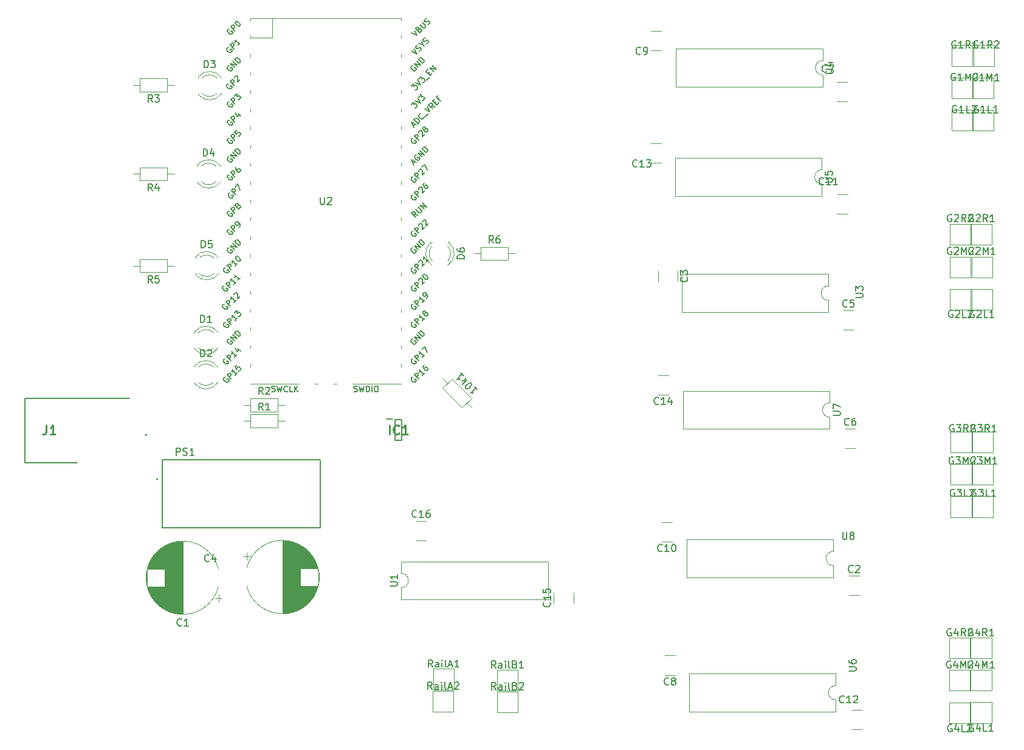
<source format=gbr>
%TF.GenerationSoftware,KiCad,Pcbnew,(6.0.7)*%
%TF.CreationDate,2023-01-12T12:11:46-08:00*%
%TF.ProjectId,RevisedControlBoard,52657669-7365-4644-936f-6e74726f6c42,rev?*%
%TF.SameCoordinates,Original*%
%TF.FileFunction,Legend,Top*%
%TF.FilePolarity,Positive*%
%FSLAX46Y46*%
G04 Gerber Fmt 4.6, Leading zero omitted, Abs format (unit mm)*
G04 Created by KiCad (PCBNEW (6.0.7)) date 2023-01-12 12:11:46*
%MOMM*%
%LPD*%
G01*
G04 APERTURE LIST*
%ADD10C,0.150000*%
%ADD11C,0.254000*%
%ADD12C,0.120000*%
%ADD13C,0.127000*%
%ADD14C,0.200000*%
G04 APERTURE END LIST*
D10*
%TO.C,10k1*%
X141429218Y-92474164D02*
X141833279Y-92878225D01*
X141631248Y-92676195D02*
X140924141Y-93383302D01*
X141092500Y-93349630D01*
X141227187Y-93349630D01*
X141328202Y-93383302D01*
X140284378Y-92743538D02*
X140217034Y-92676195D01*
X140183363Y-92575180D01*
X140183363Y-92507836D01*
X140217034Y-92406821D01*
X140318050Y-92238462D01*
X140486409Y-92070103D01*
X140654767Y-91969088D01*
X140755783Y-91935416D01*
X140823126Y-91935416D01*
X140924141Y-91969088D01*
X140991485Y-92036432D01*
X141025157Y-92137447D01*
X141025157Y-92204790D01*
X140991485Y-92305806D01*
X140890470Y-92474164D01*
X140722111Y-92642523D01*
X140553752Y-92743538D01*
X140452737Y-92777210D01*
X140385393Y-92777210D01*
X140284378Y-92743538D01*
X140452737Y-91497683D02*
X139745630Y-92204790D01*
X140116019Y-91699714D02*
X140183363Y-91228309D01*
X139711958Y-91699714D02*
X140250706Y-91699714D01*
X139509928Y-90554874D02*
X139913989Y-90958935D01*
X139711958Y-90756905D02*
X139004851Y-91464012D01*
X139173210Y-91430340D01*
X139307897Y-91430340D01*
X139408912Y-91464012D01*
%TO.C,U2*%
X119968095Y-66082380D02*
X119968095Y-66891904D01*
X120015714Y-66987142D01*
X120063333Y-67034761D01*
X120158571Y-67082380D01*
X120349047Y-67082380D01*
X120444285Y-67034761D01*
X120491904Y-66987142D01*
X120539523Y-66891904D01*
X120539523Y-66082380D01*
X120968095Y-66177619D02*
X121015714Y-66130000D01*
X121110952Y-66082380D01*
X121349047Y-66082380D01*
X121444285Y-66130000D01*
X121491904Y-66177619D01*
X121539523Y-66272857D01*
X121539523Y-66368095D01*
X121491904Y-66510952D01*
X120920476Y-67082380D01*
X121539523Y-67082380D01*
X107216158Y-73128155D02*
X107135346Y-73155093D01*
X107054534Y-73235905D01*
X107000659Y-73343654D01*
X107000659Y-73451404D01*
X107027597Y-73532216D01*
X107108409Y-73666903D01*
X107189221Y-73747715D01*
X107323908Y-73828528D01*
X107404720Y-73855465D01*
X107512470Y-73855465D01*
X107620219Y-73801590D01*
X107674094Y-73747715D01*
X107727969Y-73639966D01*
X107727969Y-73586091D01*
X107539407Y-73397529D01*
X107431658Y-73505279D01*
X108024280Y-73397529D02*
X107458595Y-72831844D01*
X108347529Y-73074280D01*
X107781844Y-72508595D01*
X108616903Y-72804906D02*
X108051218Y-72239221D01*
X108185905Y-72104534D01*
X108293654Y-72050659D01*
X108401404Y-72050659D01*
X108482216Y-72077597D01*
X108616903Y-72158409D01*
X108697715Y-72239221D01*
X108778528Y-72373908D01*
X108805465Y-72454720D01*
X108805465Y-72562470D01*
X108751590Y-72670219D01*
X108616903Y-72804906D01*
X132881597Y-61370964D02*
X133150971Y-61101590D01*
X132989346Y-61586463D02*
X132612223Y-60832216D01*
X133366470Y-61209340D01*
X133312595Y-60185719D02*
X133231783Y-60212656D01*
X133150971Y-60293468D01*
X133097096Y-60401218D01*
X133097096Y-60508967D01*
X133124033Y-60589780D01*
X133204845Y-60724467D01*
X133285658Y-60805279D01*
X133420345Y-60886091D01*
X133501157Y-60913028D01*
X133608906Y-60913028D01*
X133716656Y-60859154D01*
X133770531Y-60805279D01*
X133824406Y-60697529D01*
X133824406Y-60643654D01*
X133635844Y-60455093D01*
X133528094Y-60562842D01*
X134120717Y-60455093D02*
X133555032Y-59889407D01*
X134443966Y-60131844D01*
X133878280Y-59566158D01*
X134713340Y-59862470D02*
X134147654Y-59296784D01*
X134282341Y-59162097D01*
X134390091Y-59108223D01*
X134497841Y-59108223D01*
X134578653Y-59135160D01*
X134713340Y-59215972D01*
X134794152Y-59296784D01*
X134874964Y-59431471D01*
X134901902Y-59512284D01*
X134901902Y-59620033D01*
X134848027Y-59727783D01*
X134713340Y-59862470D01*
X132827722Y-63220592D02*
X132746910Y-63247529D01*
X132666097Y-63328341D01*
X132612223Y-63436091D01*
X132612223Y-63543841D01*
X132639160Y-63624653D01*
X132719972Y-63759340D01*
X132800784Y-63840152D01*
X132935471Y-63920964D01*
X133016284Y-63947902D01*
X133124033Y-63947902D01*
X133231783Y-63894027D01*
X133285658Y-63840152D01*
X133339532Y-63732402D01*
X133339532Y-63678528D01*
X133150971Y-63489966D01*
X133043221Y-63597715D01*
X133635844Y-63489966D02*
X133070158Y-62924280D01*
X133285658Y-62708781D01*
X133366470Y-62681844D01*
X133420345Y-62681844D01*
X133501157Y-62708781D01*
X133581969Y-62789593D01*
X133608906Y-62870406D01*
X133608906Y-62924280D01*
X133581969Y-63005093D01*
X133366470Y-63220592D01*
X133662781Y-62439407D02*
X133662781Y-62385532D01*
X133689719Y-62304720D01*
X133824406Y-62170033D01*
X133905218Y-62143096D01*
X133959093Y-62143096D01*
X134039905Y-62170033D01*
X134093780Y-62223908D01*
X134147654Y-62331658D01*
X134147654Y-62978155D01*
X134497841Y-62627969D01*
X134120717Y-61873722D02*
X134497841Y-61496598D01*
X134821089Y-62304720D01*
X113220476Y-93153809D02*
X113334761Y-93191904D01*
X113525238Y-93191904D01*
X113601428Y-93153809D01*
X113639523Y-93115714D01*
X113677619Y-93039523D01*
X113677619Y-92963333D01*
X113639523Y-92887142D01*
X113601428Y-92849047D01*
X113525238Y-92810952D01*
X113372857Y-92772857D01*
X113296666Y-92734761D01*
X113258571Y-92696666D01*
X113220476Y-92620476D01*
X113220476Y-92544285D01*
X113258571Y-92468095D01*
X113296666Y-92430000D01*
X113372857Y-92391904D01*
X113563333Y-92391904D01*
X113677619Y-92430000D01*
X113944285Y-92391904D02*
X114134761Y-93191904D01*
X114287142Y-92620476D01*
X114439523Y-93191904D01*
X114630000Y-92391904D01*
X115391904Y-93115714D02*
X115353809Y-93153809D01*
X115239523Y-93191904D01*
X115163333Y-93191904D01*
X115049047Y-93153809D01*
X114972857Y-93077619D01*
X114934761Y-93001428D01*
X114896666Y-92849047D01*
X114896666Y-92734761D01*
X114934761Y-92582380D01*
X114972857Y-92506190D01*
X115049047Y-92430000D01*
X115163333Y-92391904D01*
X115239523Y-92391904D01*
X115353809Y-92430000D01*
X115391904Y-92468095D01*
X116115714Y-93191904D02*
X115734761Y-93191904D01*
X115734761Y-92391904D01*
X116382380Y-93191904D02*
X116382380Y-92391904D01*
X116839523Y-93191904D02*
X116496666Y-92734761D01*
X116839523Y-92391904D02*
X116382380Y-92849047D01*
X133568375Y-68573435D02*
X133110439Y-68492622D01*
X133245126Y-68896683D02*
X132679441Y-68330998D01*
X132894940Y-68115499D01*
X132975752Y-68088561D01*
X133029627Y-68088561D01*
X133110439Y-68115499D01*
X133191251Y-68196311D01*
X133218189Y-68277123D01*
X133218189Y-68330998D01*
X133191251Y-68411810D01*
X132975752Y-68627309D01*
X133245126Y-67765312D02*
X133703062Y-68223248D01*
X133783874Y-68250186D01*
X133837749Y-68250186D01*
X133918561Y-68223248D01*
X134026311Y-68115499D01*
X134053248Y-68034687D01*
X134053248Y-67980812D01*
X134026311Y-67900000D01*
X133568375Y-67442064D01*
X134403435Y-67738375D02*
X133837749Y-67172690D01*
X134726683Y-67415126D01*
X134160998Y-66849441D01*
X132652131Y-50588308D02*
X133002317Y-50238122D01*
X133029255Y-50642183D01*
X133110067Y-50561370D01*
X133190879Y-50534433D01*
X133244754Y-50534433D01*
X133325566Y-50561370D01*
X133460253Y-50696057D01*
X133487190Y-50776870D01*
X133487190Y-50830744D01*
X133460253Y-50911557D01*
X133298629Y-51073181D01*
X133217816Y-51100118D01*
X133163942Y-51100118D01*
X133163942Y-50076497D02*
X133918189Y-50453621D01*
X133541065Y-49699374D01*
X133675752Y-49564687D02*
X134025938Y-49214500D01*
X134052876Y-49618561D01*
X134133688Y-49537749D01*
X134214500Y-49510812D01*
X134268375Y-49510812D01*
X134349187Y-49537749D01*
X134483874Y-49672436D01*
X134510812Y-49753248D01*
X134510812Y-49807123D01*
X134483874Y-49887935D01*
X134322250Y-50049560D01*
X134241438Y-50076497D01*
X134187563Y-50076497D01*
X134753248Y-49726311D02*
X135184247Y-49295312D01*
X134968748Y-48810439D02*
X135157309Y-48621877D01*
X135534433Y-48837377D02*
X135265059Y-49106751D01*
X134699374Y-48541065D01*
X134968748Y-48271691D01*
X135776870Y-48594940D02*
X135211184Y-48029255D01*
X136100118Y-48271691D01*
X135534433Y-47706006D01*
X106719722Y-75910592D02*
X106638910Y-75937529D01*
X106558097Y-76018341D01*
X106504223Y-76126091D01*
X106504223Y-76233841D01*
X106531160Y-76314653D01*
X106611972Y-76449340D01*
X106692784Y-76530152D01*
X106827471Y-76610964D01*
X106908284Y-76637902D01*
X107016033Y-76637902D01*
X107123783Y-76584027D01*
X107177658Y-76530152D01*
X107231532Y-76422402D01*
X107231532Y-76368528D01*
X107042971Y-76179966D01*
X106935221Y-76287715D01*
X107527844Y-76179966D02*
X106962158Y-75614280D01*
X107177658Y-75398781D01*
X107258470Y-75371844D01*
X107312345Y-75371844D01*
X107393157Y-75398781D01*
X107473969Y-75479593D01*
X107500906Y-75560406D01*
X107500906Y-75614280D01*
X107473969Y-75695093D01*
X107258470Y-75910592D01*
X108389841Y-75317969D02*
X108066592Y-75641218D01*
X108228216Y-75479593D02*
X107662531Y-74913908D01*
X107689468Y-75048595D01*
X107689468Y-75156345D01*
X107662531Y-75237157D01*
X108174341Y-74402097D02*
X108228216Y-74348223D01*
X108309028Y-74321285D01*
X108362903Y-74321285D01*
X108443715Y-74348223D01*
X108578402Y-74429035D01*
X108713089Y-74563722D01*
X108793902Y-74698409D01*
X108820839Y-74779221D01*
X108820839Y-74833096D01*
X108793902Y-74913908D01*
X108740027Y-74967783D01*
X108659215Y-74994720D01*
X108605340Y-74994720D01*
X108524528Y-74967783D01*
X108389841Y-74886971D01*
X108255154Y-74752284D01*
X108174341Y-74617597D01*
X108147404Y-74536784D01*
X108147404Y-74482910D01*
X108174341Y-74402097D01*
X107243096Y-42621218D02*
X107162284Y-42648155D01*
X107081471Y-42728967D01*
X107027597Y-42836717D01*
X107027597Y-42944467D01*
X107054534Y-43025279D01*
X107135346Y-43159966D01*
X107216158Y-43240778D01*
X107350845Y-43321590D01*
X107431658Y-43348528D01*
X107539407Y-43348528D01*
X107647157Y-43294653D01*
X107701032Y-43240778D01*
X107754906Y-43133028D01*
X107754906Y-43079154D01*
X107566345Y-42890592D01*
X107458595Y-42998341D01*
X108051218Y-42890592D02*
X107485532Y-42324906D01*
X107701032Y-42109407D01*
X107781844Y-42082470D01*
X107835719Y-42082470D01*
X107916531Y-42109407D01*
X107997343Y-42190219D01*
X108024280Y-42271032D01*
X108024280Y-42324906D01*
X107997343Y-42405719D01*
X107781844Y-42621218D01*
X108158967Y-41651471D02*
X108212842Y-41597597D01*
X108293654Y-41570659D01*
X108347529Y-41570659D01*
X108428341Y-41597597D01*
X108563028Y-41678409D01*
X108697715Y-41813096D01*
X108778528Y-41947783D01*
X108805465Y-42028595D01*
X108805465Y-42082470D01*
X108778528Y-42163282D01*
X108724653Y-42217157D01*
X108643841Y-42244094D01*
X108589966Y-42244094D01*
X108509154Y-42217157D01*
X108374467Y-42136345D01*
X108239780Y-42001658D01*
X108158967Y-41866971D01*
X108132030Y-41786158D01*
X108132030Y-41732284D01*
X108158967Y-41651471D01*
X106719722Y-91150592D02*
X106638910Y-91177529D01*
X106558097Y-91258341D01*
X106504223Y-91366091D01*
X106504223Y-91473841D01*
X106531160Y-91554653D01*
X106611972Y-91689340D01*
X106692784Y-91770152D01*
X106827471Y-91850964D01*
X106908284Y-91877902D01*
X107016033Y-91877902D01*
X107123783Y-91824027D01*
X107177658Y-91770152D01*
X107231532Y-91662402D01*
X107231532Y-91608528D01*
X107042971Y-91419966D01*
X106935221Y-91527715D01*
X107527844Y-91419966D02*
X106962158Y-90854280D01*
X107177658Y-90638781D01*
X107258470Y-90611844D01*
X107312345Y-90611844D01*
X107393157Y-90638781D01*
X107473969Y-90719593D01*
X107500906Y-90800406D01*
X107500906Y-90854280D01*
X107473969Y-90935093D01*
X107258470Y-91150592D01*
X108389841Y-90557969D02*
X108066592Y-90881218D01*
X108228216Y-90719593D02*
X107662531Y-90153908D01*
X107689468Y-90288595D01*
X107689468Y-90396345D01*
X107662531Y-90477157D01*
X108335966Y-89480473D02*
X108066592Y-89749847D01*
X108309028Y-90046158D01*
X108309028Y-89992284D01*
X108335966Y-89911471D01*
X108470653Y-89776784D01*
X108551465Y-89749847D01*
X108605340Y-89749847D01*
X108686152Y-89776784D01*
X108820839Y-89911471D01*
X108847776Y-89992284D01*
X108847776Y-90046158D01*
X108820839Y-90126971D01*
X108686152Y-90261658D01*
X108605340Y-90288595D01*
X108551465Y-90288595D01*
X106673722Y-88610592D02*
X106592910Y-88637529D01*
X106512097Y-88718341D01*
X106458223Y-88826091D01*
X106458223Y-88933841D01*
X106485160Y-89014653D01*
X106565972Y-89149340D01*
X106646784Y-89230152D01*
X106781471Y-89310964D01*
X106862284Y-89337902D01*
X106970033Y-89337902D01*
X107077783Y-89284027D01*
X107131658Y-89230152D01*
X107185532Y-89122402D01*
X107185532Y-89068528D01*
X106996971Y-88879966D01*
X106889221Y-88987715D01*
X107481844Y-88879966D02*
X106916158Y-88314280D01*
X107131658Y-88098781D01*
X107212470Y-88071844D01*
X107266345Y-88071844D01*
X107347157Y-88098781D01*
X107427969Y-88179593D01*
X107454906Y-88260406D01*
X107454906Y-88314280D01*
X107427969Y-88395093D01*
X107212470Y-88610592D01*
X108343841Y-88017969D02*
X108020592Y-88341218D01*
X108182216Y-88179593D02*
X107616531Y-87613908D01*
X107643468Y-87748595D01*
X107643468Y-87856345D01*
X107616531Y-87937157D01*
X108451590Y-87155972D02*
X108828714Y-87533096D01*
X108101404Y-87075160D02*
X108370778Y-87613908D01*
X108720964Y-87263722D01*
X107243096Y-55321218D02*
X107162284Y-55348155D01*
X107081471Y-55428967D01*
X107027597Y-55536717D01*
X107027597Y-55644467D01*
X107054534Y-55725279D01*
X107135346Y-55859966D01*
X107216158Y-55940778D01*
X107350845Y-56021590D01*
X107431658Y-56048528D01*
X107539407Y-56048528D01*
X107647157Y-55994653D01*
X107701032Y-55940778D01*
X107754906Y-55833028D01*
X107754906Y-55779154D01*
X107566345Y-55590592D01*
X107458595Y-55698341D01*
X108051218Y-55590592D02*
X107485532Y-55024906D01*
X107701032Y-54809407D01*
X107781844Y-54782470D01*
X107835719Y-54782470D01*
X107916531Y-54809407D01*
X107997343Y-54890219D01*
X108024280Y-54971032D01*
X108024280Y-55024906D01*
X107997343Y-55105719D01*
X107781844Y-55321218D01*
X108482216Y-54405346D02*
X108859340Y-54782470D01*
X108132030Y-54324534D02*
X108401404Y-54863282D01*
X108751590Y-54513096D01*
X132884788Y-56163773D02*
X133154162Y-55894399D01*
X132992537Y-56379272D02*
X132615414Y-55625025D01*
X133369661Y-56002149D01*
X133558223Y-55813587D02*
X132992537Y-55247902D01*
X133127224Y-55113215D01*
X133234974Y-55059340D01*
X133342723Y-55059340D01*
X133423536Y-55086277D01*
X133558223Y-55167089D01*
X133639035Y-55247902D01*
X133719847Y-55382589D01*
X133746784Y-55463401D01*
X133746784Y-55571150D01*
X133692910Y-55678900D01*
X133558223Y-55813587D01*
X134393282Y-54870778D02*
X134393282Y-54924653D01*
X134339407Y-55032402D01*
X134285532Y-55086277D01*
X134177783Y-55140152D01*
X134070033Y-55140152D01*
X133989221Y-55113215D01*
X133854534Y-55032402D01*
X133773722Y-54951590D01*
X133692910Y-54816903D01*
X133665972Y-54736091D01*
X133665972Y-54628341D01*
X133719847Y-54520592D01*
X133773722Y-54466717D01*
X133881471Y-54412842D01*
X133935346Y-54412842D01*
X134608781Y-54870778D02*
X135039780Y-54439780D01*
X134474094Y-53766345D02*
X135228341Y-54143468D01*
X134851218Y-53389221D01*
X135928714Y-53443096D02*
X135470778Y-53362284D01*
X135605465Y-53766345D02*
X135039780Y-53200659D01*
X135255279Y-52985160D01*
X135336091Y-52958223D01*
X135389966Y-52958223D01*
X135470778Y-52985160D01*
X135551590Y-53065972D01*
X135578528Y-53146784D01*
X135578528Y-53200659D01*
X135551590Y-53281471D01*
X135336091Y-53496971D01*
X135874839Y-52904348D02*
X136063401Y-52715786D01*
X136440524Y-52931285D02*
X136171150Y-53200659D01*
X135605465Y-52634974D01*
X135874839Y-52365600D01*
X136575211Y-52203975D02*
X136386650Y-52392537D01*
X136682961Y-52688849D02*
X136117276Y-52123163D01*
X136386650Y-51853789D01*
X107216158Y-85828155D02*
X107135346Y-85855093D01*
X107054534Y-85935905D01*
X107000659Y-86043654D01*
X107000659Y-86151404D01*
X107027597Y-86232216D01*
X107108409Y-86366903D01*
X107189221Y-86447715D01*
X107323908Y-86528528D01*
X107404720Y-86555465D01*
X107512470Y-86555465D01*
X107620219Y-86501590D01*
X107674094Y-86447715D01*
X107727969Y-86339966D01*
X107727969Y-86286091D01*
X107539407Y-86097529D01*
X107431658Y-86205279D01*
X108024280Y-86097529D02*
X107458595Y-85531844D01*
X108347529Y-85774280D01*
X107781844Y-85208595D01*
X108616903Y-85504906D02*
X108051218Y-84939221D01*
X108185905Y-84804534D01*
X108293654Y-84750659D01*
X108401404Y-84750659D01*
X108482216Y-84777597D01*
X108616903Y-84858409D01*
X108697715Y-84939221D01*
X108778528Y-85073908D01*
X108805465Y-85154720D01*
X108805465Y-85262470D01*
X108751590Y-85370219D01*
X108616903Y-85504906D01*
X107216158Y-47728155D02*
X107135346Y-47755093D01*
X107054534Y-47835905D01*
X107000659Y-47943654D01*
X107000659Y-48051404D01*
X107027597Y-48132216D01*
X107108409Y-48266903D01*
X107189221Y-48347715D01*
X107323908Y-48428528D01*
X107404720Y-48455465D01*
X107512470Y-48455465D01*
X107620219Y-48401590D01*
X107674094Y-48347715D01*
X107727969Y-48239966D01*
X107727969Y-48186091D01*
X107539407Y-47997529D01*
X107431658Y-48105279D01*
X108024280Y-47997529D02*
X107458595Y-47431844D01*
X108347529Y-47674280D01*
X107781844Y-47108595D01*
X108616903Y-47404906D02*
X108051218Y-46839221D01*
X108185905Y-46704534D01*
X108293654Y-46650659D01*
X108401404Y-46650659D01*
X108482216Y-46677597D01*
X108616903Y-46758409D01*
X108697715Y-46839221D01*
X108778528Y-46973908D01*
X108805465Y-47054720D01*
X108805465Y-47162470D01*
X108751590Y-47270219D01*
X108616903Y-47404906D01*
X132816158Y-47728155D02*
X132735346Y-47755093D01*
X132654534Y-47835905D01*
X132600659Y-47943654D01*
X132600659Y-48051404D01*
X132627597Y-48132216D01*
X132708409Y-48266903D01*
X132789221Y-48347715D01*
X132923908Y-48428528D01*
X133004720Y-48455465D01*
X133112470Y-48455465D01*
X133220219Y-48401590D01*
X133274094Y-48347715D01*
X133327969Y-48239966D01*
X133327969Y-48186091D01*
X133139407Y-47997529D01*
X133031658Y-48105279D01*
X133624280Y-47997529D02*
X133058595Y-47431844D01*
X133947529Y-47674280D01*
X133381844Y-47108595D01*
X134216903Y-47404906D02*
X133651218Y-46839221D01*
X133785905Y-46704534D01*
X133893654Y-46650659D01*
X134001404Y-46650659D01*
X134082216Y-46677597D01*
X134216903Y-46758409D01*
X134297715Y-46839221D01*
X134378528Y-46973908D01*
X134405465Y-47054720D01*
X134405465Y-47162470D01*
X134351590Y-47270219D01*
X134216903Y-47404906D01*
X132650473Y-45699966D02*
X133404720Y-46077089D01*
X133027597Y-45322842D01*
X133727969Y-45699966D02*
X133835719Y-45646091D01*
X133970406Y-45511404D01*
X133997343Y-45430592D01*
X133997343Y-45376717D01*
X133970406Y-45295905D01*
X133916531Y-45242030D01*
X133835719Y-45215093D01*
X133781844Y-45215093D01*
X133701032Y-45242030D01*
X133566345Y-45322842D01*
X133485532Y-45349780D01*
X133431658Y-45349780D01*
X133350845Y-45322842D01*
X133296971Y-45268967D01*
X133270033Y-45188155D01*
X133270033Y-45134280D01*
X133296971Y-45053468D01*
X133431658Y-44918781D01*
X133539407Y-44864906D01*
X134158967Y-44784094D02*
X134428341Y-45053468D01*
X133674094Y-44676345D02*
X134158967Y-44784094D01*
X134051218Y-44299221D01*
X134751590Y-44676345D02*
X134859340Y-44622470D01*
X134994027Y-44487783D01*
X135020964Y-44406971D01*
X135020964Y-44353096D01*
X134994027Y-44272284D01*
X134940152Y-44218409D01*
X134859340Y-44191471D01*
X134805465Y-44191471D01*
X134724653Y-44218409D01*
X134589966Y-44299221D01*
X134509154Y-44326158D01*
X134455279Y-44326158D01*
X134374467Y-44299221D01*
X134320592Y-44245346D01*
X134293654Y-44164534D01*
X134293654Y-44110659D01*
X134320592Y-44029847D01*
X134455279Y-43895160D01*
X134563028Y-43841285D01*
X132816158Y-85828155D02*
X132735346Y-85855093D01*
X132654534Y-85935905D01*
X132600659Y-86043654D01*
X132600659Y-86151404D01*
X132627597Y-86232216D01*
X132708409Y-86366903D01*
X132789221Y-86447715D01*
X132923908Y-86528528D01*
X133004720Y-86555465D01*
X133112470Y-86555465D01*
X133220219Y-86501590D01*
X133274094Y-86447715D01*
X133327969Y-86339966D01*
X133327969Y-86286091D01*
X133139407Y-86097529D01*
X133031658Y-86205279D01*
X133624280Y-86097529D02*
X133058595Y-85531844D01*
X133947529Y-85774280D01*
X133381844Y-85208595D01*
X134216903Y-85504906D02*
X133651218Y-84939221D01*
X133785905Y-84804534D01*
X133893654Y-84750659D01*
X134001404Y-84750659D01*
X134082216Y-84777597D01*
X134216903Y-84858409D01*
X134297715Y-84939221D01*
X134378528Y-85073908D01*
X134405465Y-85154720D01*
X134405465Y-85262470D01*
X134351590Y-85370219D01*
X134216903Y-85504906D01*
X132827722Y-83530592D02*
X132746910Y-83557529D01*
X132666097Y-83638341D01*
X132612223Y-83746091D01*
X132612223Y-83853841D01*
X132639160Y-83934653D01*
X132719972Y-84069340D01*
X132800784Y-84150152D01*
X132935471Y-84230964D01*
X133016284Y-84257902D01*
X133124033Y-84257902D01*
X133231783Y-84204027D01*
X133285658Y-84150152D01*
X133339532Y-84042402D01*
X133339532Y-83988528D01*
X133150971Y-83799966D01*
X133043221Y-83907715D01*
X133635844Y-83799966D02*
X133070158Y-83234280D01*
X133285658Y-83018781D01*
X133366470Y-82991844D01*
X133420345Y-82991844D01*
X133501157Y-83018781D01*
X133581969Y-83099593D01*
X133608906Y-83180406D01*
X133608906Y-83234280D01*
X133581969Y-83315093D01*
X133366470Y-83530592D01*
X134497841Y-82937969D02*
X134174592Y-83261218D01*
X134336216Y-83099593D02*
X133770531Y-82533908D01*
X133797468Y-82668595D01*
X133797468Y-82776345D01*
X133770531Y-82857157D01*
X134497841Y-82291471D02*
X134417028Y-82318409D01*
X134363154Y-82318409D01*
X134282341Y-82291471D01*
X134255404Y-82264534D01*
X134228467Y-82183722D01*
X134228467Y-82129847D01*
X134255404Y-82049035D01*
X134363154Y-81941285D01*
X134443966Y-81914348D01*
X134497841Y-81914348D01*
X134578653Y-81941285D01*
X134605590Y-81968223D01*
X134632528Y-82049035D01*
X134632528Y-82102910D01*
X134605590Y-82183722D01*
X134497841Y-82291471D01*
X134470903Y-82372284D01*
X134470903Y-82426158D01*
X134497841Y-82506971D01*
X134605590Y-82614720D01*
X134686402Y-82641658D01*
X134740277Y-82641658D01*
X134821089Y-82614720D01*
X134928839Y-82506971D01*
X134955776Y-82426158D01*
X134955776Y-82372284D01*
X134928839Y-82291471D01*
X134821089Y-82183722D01*
X134740277Y-82156784D01*
X134686402Y-82156784D01*
X134605590Y-82183722D01*
X107243096Y-68021218D02*
X107162284Y-68048155D01*
X107081471Y-68128967D01*
X107027597Y-68236717D01*
X107027597Y-68344467D01*
X107054534Y-68425279D01*
X107135346Y-68559966D01*
X107216158Y-68640778D01*
X107350845Y-68721590D01*
X107431658Y-68748528D01*
X107539407Y-68748528D01*
X107647157Y-68694653D01*
X107701032Y-68640778D01*
X107754906Y-68533028D01*
X107754906Y-68479154D01*
X107566345Y-68290592D01*
X107458595Y-68398341D01*
X108051218Y-68290592D02*
X107485532Y-67724906D01*
X107701032Y-67509407D01*
X107781844Y-67482470D01*
X107835719Y-67482470D01*
X107916531Y-67509407D01*
X107997343Y-67590219D01*
X108024280Y-67671032D01*
X108024280Y-67724906D01*
X107997343Y-67805719D01*
X107781844Y-68021218D01*
X108374467Y-67320845D02*
X108293654Y-67347783D01*
X108239780Y-67347783D01*
X108158967Y-67320845D01*
X108132030Y-67293908D01*
X108105093Y-67213096D01*
X108105093Y-67159221D01*
X108132030Y-67078409D01*
X108239780Y-66970659D01*
X108320592Y-66943722D01*
X108374467Y-66943722D01*
X108455279Y-66970659D01*
X108482216Y-66997597D01*
X108509154Y-67078409D01*
X108509154Y-67132284D01*
X108482216Y-67213096D01*
X108374467Y-67320845D01*
X108347529Y-67401658D01*
X108347529Y-67455532D01*
X108374467Y-67536345D01*
X108482216Y-67644094D01*
X108563028Y-67671032D01*
X108616903Y-67671032D01*
X108697715Y-67644094D01*
X108805465Y-67536345D01*
X108832402Y-67455532D01*
X108832402Y-67401658D01*
X108805465Y-67320845D01*
X108697715Y-67213096D01*
X108616903Y-67186158D01*
X108563028Y-67186158D01*
X108482216Y-67213096D01*
X132816158Y-73128155D02*
X132735346Y-73155093D01*
X132654534Y-73235905D01*
X132600659Y-73343654D01*
X132600659Y-73451404D01*
X132627597Y-73532216D01*
X132708409Y-73666903D01*
X132789221Y-73747715D01*
X132923908Y-73828528D01*
X133004720Y-73855465D01*
X133112470Y-73855465D01*
X133220219Y-73801590D01*
X133274094Y-73747715D01*
X133327969Y-73639966D01*
X133327969Y-73586091D01*
X133139407Y-73397529D01*
X133031658Y-73505279D01*
X133624280Y-73397529D02*
X133058595Y-72831844D01*
X133947529Y-73074280D01*
X133381844Y-72508595D01*
X134216903Y-72804906D02*
X133651218Y-72239221D01*
X133785905Y-72104534D01*
X133893654Y-72050659D01*
X134001404Y-72050659D01*
X134082216Y-72077597D01*
X134216903Y-72158409D01*
X134297715Y-72239221D01*
X134378528Y-72373908D01*
X134405465Y-72454720D01*
X134405465Y-72562470D01*
X134351590Y-72670219D01*
X134216903Y-72804906D01*
X107243096Y-52781218D02*
X107162284Y-52808155D01*
X107081471Y-52888967D01*
X107027597Y-52996717D01*
X107027597Y-53104467D01*
X107054534Y-53185279D01*
X107135346Y-53319966D01*
X107216158Y-53400778D01*
X107350845Y-53481590D01*
X107431658Y-53508528D01*
X107539407Y-53508528D01*
X107647157Y-53454653D01*
X107701032Y-53400778D01*
X107754906Y-53293028D01*
X107754906Y-53239154D01*
X107566345Y-53050592D01*
X107458595Y-53158341D01*
X108051218Y-53050592D02*
X107485532Y-52484906D01*
X107701032Y-52269407D01*
X107781844Y-52242470D01*
X107835719Y-52242470D01*
X107916531Y-52269407D01*
X107997343Y-52350219D01*
X108024280Y-52431032D01*
X108024280Y-52484906D01*
X107997343Y-52565719D01*
X107781844Y-52781218D01*
X107997343Y-51973096D02*
X108347529Y-51622910D01*
X108374467Y-52026971D01*
X108455279Y-51946158D01*
X108536091Y-51919221D01*
X108589966Y-51919221D01*
X108670778Y-51946158D01*
X108805465Y-52080845D01*
X108832402Y-52161658D01*
X108832402Y-52215532D01*
X108805465Y-52296345D01*
X108643841Y-52457969D01*
X108563028Y-52484906D01*
X108509154Y-52484906D01*
X107143096Y-45151218D02*
X107062284Y-45178155D01*
X106981471Y-45258967D01*
X106927597Y-45366717D01*
X106927597Y-45474467D01*
X106954534Y-45555279D01*
X107035346Y-45689966D01*
X107116158Y-45770778D01*
X107250845Y-45851590D01*
X107331658Y-45878528D01*
X107439407Y-45878528D01*
X107547157Y-45824653D01*
X107601032Y-45770778D01*
X107654906Y-45663028D01*
X107654906Y-45609154D01*
X107466345Y-45420592D01*
X107358595Y-45528341D01*
X107951218Y-45420592D02*
X107385532Y-44854906D01*
X107601032Y-44639407D01*
X107681844Y-44612470D01*
X107735719Y-44612470D01*
X107816531Y-44639407D01*
X107897343Y-44720219D01*
X107924280Y-44801032D01*
X107924280Y-44854906D01*
X107897343Y-44935719D01*
X107681844Y-45151218D01*
X108813215Y-44558595D02*
X108489966Y-44881844D01*
X108651590Y-44720219D02*
X108085905Y-44154534D01*
X108112842Y-44289221D01*
X108112842Y-44396971D01*
X108085905Y-44477783D01*
X132827722Y-65750592D02*
X132746910Y-65777529D01*
X132666097Y-65858341D01*
X132612223Y-65966091D01*
X132612223Y-66073841D01*
X132639160Y-66154653D01*
X132719972Y-66289340D01*
X132800784Y-66370152D01*
X132935471Y-66450964D01*
X133016284Y-66477902D01*
X133124033Y-66477902D01*
X133231783Y-66424027D01*
X133285658Y-66370152D01*
X133339532Y-66262402D01*
X133339532Y-66208528D01*
X133150971Y-66019966D01*
X133043221Y-66127715D01*
X133635844Y-66019966D02*
X133070158Y-65454280D01*
X133285658Y-65238781D01*
X133366470Y-65211844D01*
X133420345Y-65211844D01*
X133501157Y-65238781D01*
X133581969Y-65319593D01*
X133608906Y-65400406D01*
X133608906Y-65454280D01*
X133581969Y-65535093D01*
X133366470Y-65750592D01*
X133662781Y-64969407D02*
X133662781Y-64915532D01*
X133689719Y-64834720D01*
X133824406Y-64700033D01*
X133905218Y-64673096D01*
X133959093Y-64673096D01*
X134039905Y-64700033D01*
X134093780Y-64753908D01*
X134147654Y-64861658D01*
X134147654Y-65508155D01*
X134497841Y-65157969D01*
X134417028Y-64107410D02*
X134309279Y-64215160D01*
X134282341Y-64295972D01*
X134282341Y-64349847D01*
X134309279Y-64484534D01*
X134390091Y-64619221D01*
X134605590Y-64834720D01*
X134686402Y-64861658D01*
X134740277Y-64861658D01*
X134821089Y-64834720D01*
X134928839Y-64726971D01*
X134955776Y-64646158D01*
X134955776Y-64592284D01*
X134928839Y-64511471D01*
X134794152Y-64376784D01*
X134713340Y-64349847D01*
X134659465Y-64349847D01*
X134578653Y-64376784D01*
X134470903Y-64484534D01*
X134443966Y-64565346D01*
X134443966Y-64619221D01*
X134470903Y-64700033D01*
X132619847Y-53120592D02*
X132970033Y-52770406D01*
X132996971Y-53174467D01*
X133077783Y-53093654D01*
X133158595Y-53066717D01*
X133212470Y-53066717D01*
X133293282Y-53093654D01*
X133427969Y-53228341D01*
X133454906Y-53309154D01*
X133454906Y-53363028D01*
X133427969Y-53443841D01*
X133266345Y-53605465D01*
X133185532Y-53632402D01*
X133131658Y-53632402D01*
X133131658Y-52608781D02*
X133885905Y-52985905D01*
X133508781Y-52231658D01*
X133643468Y-52096971D02*
X133993654Y-51746784D01*
X134020592Y-52150845D01*
X134101404Y-52070033D01*
X134182216Y-52043096D01*
X134236091Y-52043096D01*
X134316903Y-52070033D01*
X134451590Y-52204720D01*
X134478528Y-52285532D01*
X134478528Y-52339407D01*
X134451590Y-52420219D01*
X134289966Y-52581844D01*
X134209154Y-52608781D01*
X134155279Y-52608781D01*
X106573722Y-80990592D02*
X106492910Y-81017529D01*
X106412097Y-81098341D01*
X106358223Y-81206091D01*
X106358223Y-81313841D01*
X106385160Y-81394653D01*
X106465972Y-81529340D01*
X106546784Y-81610152D01*
X106681471Y-81690964D01*
X106762284Y-81717902D01*
X106870033Y-81717902D01*
X106977783Y-81664027D01*
X107031658Y-81610152D01*
X107085532Y-81502402D01*
X107085532Y-81448528D01*
X106896971Y-81259966D01*
X106789221Y-81367715D01*
X107381844Y-81259966D02*
X106816158Y-80694280D01*
X107031658Y-80478781D01*
X107112470Y-80451844D01*
X107166345Y-80451844D01*
X107247157Y-80478781D01*
X107327969Y-80559593D01*
X107354906Y-80640406D01*
X107354906Y-80694280D01*
X107327969Y-80775093D01*
X107112470Y-80990592D01*
X108243841Y-80397969D02*
X107920592Y-80721218D01*
X108082216Y-80559593D02*
X107516531Y-79993908D01*
X107543468Y-80128595D01*
X107543468Y-80236345D01*
X107516531Y-80317157D01*
X107947529Y-79670659D02*
X107947529Y-79616784D01*
X107974467Y-79535972D01*
X108109154Y-79401285D01*
X108189966Y-79374348D01*
X108243841Y-79374348D01*
X108324653Y-79401285D01*
X108378528Y-79455160D01*
X108432402Y-79562910D01*
X108432402Y-80209407D01*
X108782589Y-79859221D01*
X132827722Y-91150592D02*
X132746910Y-91177529D01*
X132666097Y-91258341D01*
X132612223Y-91366091D01*
X132612223Y-91473841D01*
X132639160Y-91554653D01*
X132719972Y-91689340D01*
X132800784Y-91770152D01*
X132935471Y-91850964D01*
X133016284Y-91877902D01*
X133124033Y-91877902D01*
X133231783Y-91824027D01*
X133285658Y-91770152D01*
X133339532Y-91662402D01*
X133339532Y-91608528D01*
X133150971Y-91419966D01*
X133043221Y-91527715D01*
X133635844Y-91419966D02*
X133070158Y-90854280D01*
X133285658Y-90638781D01*
X133366470Y-90611844D01*
X133420345Y-90611844D01*
X133501157Y-90638781D01*
X133581969Y-90719593D01*
X133608906Y-90800406D01*
X133608906Y-90854280D01*
X133581969Y-90935093D01*
X133366470Y-91150592D01*
X134497841Y-90557969D02*
X134174592Y-90881218D01*
X134336216Y-90719593D02*
X133770531Y-90153908D01*
X133797468Y-90288595D01*
X133797468Y-90396345D01*
X133770531Y-90477157D01*
X134417028Y-89507410D02*
X134309279Y-89615160D01*
X134282341Y-89695972D01*
X134282341Y-89749847D01*
X134309279Y-89884534D01*
X134390091Y-90019221D01*
X134605590Y-90234720D01*
X134686402Y-90261658D01*
X134740277Y-90261658D01*
X134821089Y-90234720D01*
X134928839Y-90126971D01*
X134955776Y-90046158D01*
X134955776Y-89992284D01*
X134928839Y-89911471D01*
X134794152Y-89776784D01*
X134713340Y-89749847D01*
X134659465Y-89749847D01*
X134578653Y-89776784D01*
X134470903Y-89884534D01*
X134443966Y-89965346D01*
X134443966Y-90019221D01*
X134470903Y-90100033D01*
X132827722Y-70830592D02*
X132746910Y-70857529D01*
X132666097Y-70938341D01*
X132612223Y-71046091D01*
X132612223Y-71153841D01*
X132639160Y-71234653D01*
X132719972Y-71369340D01*
X132800784Y-71450152D01*
X132935471Y-71530964D01*
X133016284Y-71557902D01*
X133124033Y-71557902D01*
X133231783Y-71504027D01*
X133285658Y-71450152D01*
X133339532Y-71342402D01*
X133339532Y-71288528D01*
X133150971Y-71099966D01*
X133043221Y-71207715D01*
X133635844Y-71099966D02*
X133070158Y-70534280D01*
X133285658Y-70318781D01*
X133366470Y-70291844D01*
X133420345Y-70291844D01*
X133501157Y-70318781D01*
X133581969Y-70399593D01*
X133608906Y-70480406D01*
X133608906Y-70534280D01*
X133581969Y-70615093D01*
X133366470Y-70830592D01*
X133662781Y-70049407D02*
X133662781Y-69995532D01*
X133689719Y-69914720D01*
X133824406Y-69780033D01*
X133905218Y-69753096D01*
X133959093Y-69753096D01*
X134039905Y-69780033D01*
X134093780Y-69833908D01*
X134147654Y-69941658D01*
X134147654Y-70588155D01*
X134497841Y-70237969D01*
X134201529Y-69510659D02*
X134201529Y-69456784D01*
X134228467Y-69375972D01*
X134363154Y-69241285D01*
X134443966Y-69214348D01*
X134497841Y-69214348D01*
X134578653Y-69241285D01*
X134632528Y-69295160D01*
X134686402Y-69402910D01*
X134686402Y-70049407D01*
X135036589Y-69699221D01*
X132827722Y-88610592D02*
X132746910Y-88637529D01*
X132666097Y-88718341D01*
X132612223Y-88826091D01*
X132612223Y-88933841D01*
X132639160Y-89014653D01*
X132719972Y-89149340D01*
X132800784Y-89230152D01*
X132935471Y-89310964D01*
X133016284Y-89337902D01*
X133124033Y-89337902D01*
X133231783Y-89284027D01*
X133285658Y-89230152D01*
X133339532Y-89122402D01*
X133339532Y-89068528D01*
X133150971Y-88879966D01*
X133043221Y-88987715D01*
X133635844Y-88879966D02*
X133070158Y-88314280D01*
X133285658Y-88098781D01*
X133366470Y-88071844D01*
X133420345Y-88071844D01*
X133501157Y-88098781D01*
X133581969Y-88179593D01*
X133608906Y-88260406D01*
X133608906Y-88314280D01*
X133581969Y-88395093D01*
X133366470Y-88610592D01*
X134497841Y-88017969D02*
X134174592Y-88341218D01*
X134336216Y-88179593D02*
X133770531Y-87613908D01*
X133797468Y-87748595D01*
X133797468Y-87856345D01*
X133770531Y-87937157D01*
X134120717Y-87263722D02*
X134497841Y-86886598D01*
X134821089Y-87694720D01*
X132827722Y-75920592D02*
X132746910Y-75947529D01*
X132666097Y-76028341D01*
X132612223Y-76136091D01*
X132612223Y-76243841D01*
X132639160Y-76324653D01*
X132719972Y-76459340D01*
X132800784Y-76540152D01*
X132935471Y-76620964D01*
X133016284Y-76647902D01*
X133124033Y-76647902D01*
X133231783Y-76594027D01*
X133285658Y-76540152D01*
X133339532Y-76432402D01*
X133339532Y-76378528D01*
X133150971Y-76189966D01*
X133043221Y-76297715D01*
X133635844Y-76189966D02*
X133070158Y-75624280D01*
X133285658Y-75408781D01*
X133366470Y-75381844D01*
X133420345Y-75381844D01*
X133501157Y-75408781D01*
X133581969Y-75489593D01*
X133608906Y-75570406D01*
X133608906Y-75624280D01*
X133581969Y-75705093D01*
X133366470Y-75920592D01*
X133662781Y-75139407D02*
X133662781Y-75085532D01*
X133689719Y-75004720D01*
X133824406Y-74870033D01*
X133905218Y-74843096D01*
X133959093Y-74843096D01*
X134039905Y-74870033D01*
X134093780Y-74923908D01*
X134147654Y-75031658D01*
X134147654Y-75678155D01*
X134497841Y-75327969D01*
X135036589Y-74789221D02*
X134713340Y-75112470D01*
X134874964Y-74950845D02*
X134309279Y-74385160D01*
X134336216Y-74519847D01*
X134336216Y-74627597D01*
X134309279Y-74708409D01*
X106573722Y-78450592D02*
X106492910Y-78477529D01*
X106412097Y-78558341D01*
X106358223Y-78666091D01*
X106358223Y-78773841D01*
X106385160Y-78854653D01*
X106465972Y-78989340D01*
X106546784Y-79070152D01*
X106681471Y-79150964D01*
X106762284Y-79177902D01*
X106870033Y-79177902D01*
X106977783Y-79124027D01*
X107031658Y-79070152D01*
X107085532Y-78962402D01*
X107085532Y-78908528D01*
X106896971Y-78719966D01*
X106789221Y-78827715D01*
X107381844Y-78719966D02*
X106816158Y-78154280D01*
X107031658Y-77938781D01*
X107112470Y-77911844D01*
X107166345Y-77911844D01*
X107247157Y-77938781D01*
X107327969Y-78019593D01*
X107354906Y-78100406D01*
X107354906Y-78154280D01*
X107327969Y-78235093D01*
X107112470Y-78450592D01*
X108243841Y-77857969D02*
X107920592Y-78181218D01*
X108082216Y-78019593D02*
X107516531Y-77453908D01*
X107543468Y-77588595D01*
X107543468Y-77696345D01*
X107516531Y-77777157D01*
X108782589Y-77319221D02*
X108459340Y-77642470D01*
X108620964Y-77480845D02*
X108055279Y-76915160D01*
X108082216Y-77049847D01*
X108082216Y-77157597D01*
X108055279Y-77238409D01*
X132683129Y-43157309D02*
X133437377Y-43534433D01*
X133060253Y-42780186D01*
X133706751Y-42672436D02*
X133814500Y-42618561D01*
X133868375Y-42618561D01*
X133949187Y-42645499D01*
X134029999Y-42726311D01*
X134056937Y-42807123D01*
X134056937Y-42860998D01*
X134030000Y-42941810D01*
X133814500Y-43157309D01*
X133248815Y-42591624D01*
X133437377Y-42403062D01*
X133518189Y-42376125D01*
X133572064Y-42376125D01*
X133652876Y-42403062D01*
X133706751Y-42456937D01*
X133733688Y-42537749D01*
X133733688Y-42591624D01*
X133706751Y-42672436D01*
X133518189Y-42860998D01*
X133814500Y-42025938D02*
X134272436Y-42483874D01*
X134353248Y-42510812D01*
X134407123Y-42510812D01*
X134487935Y-42483874D01*
X134595685Y-42376125D01*
X134622622Y-42295312D01*
X134622622Y-42241438D01*
X134595685Y-42160625D01*
X134137749Y-41702690D01*
X134918934Y-41999001D02*
X135026683Y-41945126D01*
X135161370Y-41810439D01*
X135188308Y-41729627D01*
X135188308Y-41675752D01*
X135161370Y-41594940D01*
X135107496Y-41541065D01*
X135026683Y-41514128D01*
X134972809Y-41514128D01*
X134891996Y-41541065D01*
X134757309Y-41621877D01*
X134676497Y-41648815D01*
X134622622Y-41648815D01*
X134541810Y-41621877D01*
X134487935Y-41568003D01*
X134460998Y-41487190D01*
X134460998Y-41433316D01*
X134487935Y-41352503D01*
X134622622Y-41217816D01*
X134730372Y-41163942D01*
X107243096Y-70561218D02*
X107162284Y-70588155D01*
X107081471Y-70668967D01*
X107027597Y-70776717D01*
X107027597Y-70884467D01*
X107054534Y-70965279D01*
X107135346Y-71099966D01*
X107216158Y-71180778D01*
X107350845Y-71261590D01*
X107431658Y-71288528D01*
X107539407Y-71288528D01*
X107647157Y-71234653D01*
X107701032Y-71180778D01*
X107754906Y-71073028D01*
X107754906Y-71019154D01*
X107566345Y-70830592D01*
X107458595Y-70938341D01*
X108051218Y-70830592D02*
X107485532Y-70264906D01*
X107701032Y-70049407D01*
X107781844Y-70022470D01*
X107835719Y-70022470D01*
X107916531Y-70049407D01*
X107997343Y-70130219D01*
X108024280Y-70211032D01*
X108024280Y-70264906D01*
X107997343Y-70345719D01*
X107781844Y-70561218D01*
X108643841Y-70237969D02*
X108751590Y-70130219D01*
X108778528Y-70049407D01*
X108778528Y-69995532D01*
X108751590Y-69860845D01*
X108670778Y-69726158D01*
X108455279Y-69510659D01*
X108374467Y-69483722D01*
X108320592Y-69483722D01*
X108239780Y-69510659D01*
X108132030Y-69618409D01*
X108105093Y-69699221D01*
X108105093Y-69753096D01*
X108132030Y-69833908D01*
X108266717Y-69968595D01*
X108347529Y-69995532D01*
X108401404Y-69995532D01*
X108482216Y-69968595D01*
X108589966Y-69860845D01*
X108616903Y-69780033D01*
X108616903Y-69726158D01*
X108589966Y-69645346D01*
X124634761Y-93153809D02*
X124749047Y-93191904D01*
X124939523Y-93191904D01*
X125015714Y-93153809D01*
X125053809Y-93115714D01*
X125091904Y-93039523D01*
X125091904Y-92963333D01*
X125053809Y-92887142D01*
X125015714Y-92849047D01*
X124939523Y-92810952D01*
X124787142Y-92772857D01*
X124710952Y-92734761D01*
X124672857Y-92696666D01*
X124634761Y-92620476D01*
X124634761Y-92544285D01*
X124672857Y-92468095D01*
X124710952Y-92430000D01*
X124787142Y-92391904D01*
X124977619Y-92391904D01*
X125091904Y-92430000D01*
X125358571Y-92391904D02*
X125549047Y-93191904D01*
X125701428Y-92620476D01*
X125853809Y-93191904D01*
X126044285Y-92391904D01*
X126349047Y-93191904D02*
X126349047Y-92391904D01*
X126539523Y-92391904D01*
X126653809Y-92430000D01*
X126730000Y-92506190D01*
X126768095Y-92582380D01*
X126806190Y-92734761D01*
X126806190Y-92849047D01*
X126768095Y-93001428D01*
X126730000Y-93077619D01*
X126653809Y-93153809D01*
X126539523Y-93191904D01*
X126349047Y-93191904D01*
X127149047Y-93191904D02*
X127149047Y-92391904D01*
X127682380Y-92391904D02*
X127834761Y-92391904D01*
X127910952Y-92430000D01*
X127987142Y-92506190D01*
X128025238Y-92658571D01*
X128025238Y-92925238D01*
X127987142Y-93077619D01*
X127910952Y-93153809D01*
X127834761Y-93191904D01*
X127682380Y-93191904D01*
X127606190Y-93153809D01*
X127530000Y-93077619D01*
X127491904Y-92925238D01*
X127491904Y-92658571D01*
X127530000Y-92506190D01*
X127606190Y-92430000D01*
X127682380Y-92391904D01*
X107243096Y-57861218D02*
X107162284Y-57888155D01*
X107081471Y-57968967D01*
X107027597Y-58076717D01*
X107027597Y-58184467D01*
X107054534Y-58265279D01*
X107135346Y-58399966D01*
X107216158Y-58480778D01*
X107350845Y-58561590D01*
X107431658Y-58588528D01*
X107539407Y-58588528D01*
X107647157Y-58534653D01*
X107701032Y-58480778D01*
X107754906Y-58373028D01*
X107754906Y-58319154D01*
X107566345Y-58130592D01*
X107458595Y-58238341D01*
X108051218Y-58130592D02*
X107485532Y-57564906D01*
X107701032Y-57349407D01*
X107781844Y-57322470D01*
X107835719Y-57322470D01*
X107916531Y-57349407D01*
X107997343Y-57430219D01*
X108024280Y-57511032D01*
X108024280Y-57564906D01*
X107997343Y-57645719D01*
X107781844Y-57861218D01*
X108320592Y-56729847D02*
X108051218Y-56999221D01*
X108293654Y-57295532D01*
X108293654Y-57241658D01*
X108320592Y-57160845D01*
X108455279Y-57026158D01*
X108536091Y-56999221D01*
X108589966Y-56999221D01*
X108670778Y-57026158D01*
X108805465Y-57160845D01*
X108832402Y-57241658D01*
X108832402Y-57295532D01*
X108805465Y-57376345D01*
X108670778Y-57511032D01*
X108589966Y-57537969D01*
X108536091Y-57537969D01*
X107243096Y-62941218D02*
X107162284Y-62968155D01*
X107081471Y-63048967D01*
X107027597Y-63156717D01*
X107027597Y-63264467D01*
X107054534Y-63345279D01*
X107135346Y-63479966D01*
X107216158Y-63560778D01*
X107350845Y-63641590D01*
X107431658Y-63668528D01*
X107539407Y-63668528D01*
X107647157Y-63614653D01*
X107701032Y-63560778D01*
X107754906Y-63453028D01*
X107754906Y-63399154D01*
X107566345Y-63210592D01*
X107458595Y-63318341D01*
X108051218Y-63210592D02*
X107485532Y-62644906D01*
X107701032Y-62429407D01*
X107781844Y-62402470D01*
X107835719Y-62402470D01*
X107916531Y-62429407D01*
X107997343Y-62510219D01*
X108024280Y-62591032D01*
X108024280Y-62644906D01*
X107997343Y-62725719D01*
X107781844Y-62941218D01*
X108293654Y-61836784D02*
X108185905Y-61944534D01*
X108158967Y-62025346D01*
X108158967Y-62079221D01*
X108185905Y-62213908D01*
X108266717Y-62348595D01*
X108482216Y-62564094D01*
X108563028Y-62591032D01*
X108616903Y-62591032D01*
X108697715Y-62564094D01*
X108805465Y-62456345D01*
X108832402Y-62375532D01*
X108832402Y-62321658D01*
X108805465Y-62240845D01*
X108670778Y-62106158D01*
X108589966Y-62079221D01*
X108536091Y-62079221D01*
X108455279Y-62106158D01*
X108347529Y-62213908D01*
X108320592Y-62294720D01*
X108320592Y-62348595D01*
X108347529Y-62429407D01*
X106719722Y-83530592D02*
X106638910Y-83557529D01*
X106558097Y-83638341D01*
X106504223Y-83746091D01*
X106504223Y-83853841D01*
X106531160Y-83934653D01*
X106611972Y-84069340D01*
X106692784Y-84150152D01*
X106827471Y-84230964D01*
X106908284Y-84257902D01*
X107016033Y-84257902D01*
X107123783Y-84204027D01*
X107177658Y-84150152D01*
X107231532Y-84042402D01*
X107231532Y-83988528D01*
X107042971Y-83799966D01*
X106935221Y-83907715D01*
X107527844Y-83799966D02*
X106962158Y-83234280D01*
X107177658Y-83018781D01*
X107258470Y-82991844D01*
X107312345Y-82991844D01*
X107393157Y-83018781D01*
X107473969Y-83099593D01*
X107500906Y-83180406D01*
X107500906Y-83234280D01*
X107473969Y-83315093D01*
X107258470Y-83530592D01*
X108389841Y-82937969D02*
X108066592Y-83261218D01*
X108228216Y-83099593D02*
X107662531Y-82533908D01*
X107689468Y-82668595D01*
X107689468Y-82776345D01*
X107662531Y-82857157D01*
X108012717Y-82183722D02*
X108362903Y-81833536D01*
X108389841Y-82237597D01*
X108470653Y-82156784D01*
X108551465Y-82129847D01*
X108605340Y-82129847D01*
X108686152Y-82156784D01*
X108820839Y-82291471D01*
X108847776Y-82372284D01*
X108847776Y-82426158D01*
X108820839Y-82506971D01*
X108659215Y-82668595D01*
X108578402Y-82695532D01*
X108524528Y-82695532D01*
X132827722Y-57876592D02*
X132746910Y-57903529D01*
X132666097Y-57984341D01*
X132612223Y-58092091D01*
X132612223Y-58199841D01*
X132639160Y-58280653D01*
X132719972Y-58415340D01*
X132800784Y-58496152D01*
X132935471Y-58576964D01*
X133016284Y-58603902D01*
X133124033Y-58603902D01*
X133231783Y-58550027D01*
X133285658Y-58496152D01*
X133339532Y-58388402D01*
X133339532Y-58334528D01*
X133150971Y-58145966D01*
X133043221Y-58253715D01*
X133635844Y-58145966D02*
X133070158Y-57580280D01*
X133285658Y-57364781D01*
X133366470Y-57337844D01*
X133420345Y-57337844D01*
X133501157Y-57364781D01*
X133581969Y-57445593D01*
X133608906Y-57526406D01*
X133608906Y-57580280D01*
X133581969Y-57661093D01*
X133366470Y-57876592D01*
X133662781Y-57095407D02*
X133662781Y-57041532D01*
X133689719Y-56960720D01*
X133824406Y-56826033D01*
X133905218Y-56799096D01*
X133959093Y-56799096D01*
X134039905Y-56826033D01*
X134093780Y-56879908D01*
X134147654Y-56987658D01*
X134147654Y-57634155D01*
X134497841Y-57283969D01*
X134497841Y-56637471D02*
X134417028Y-56664409D01*
X134363154Y-56664409D01*
X134282341Y-56637471D01*
X134255404Y-56610534D01*
X134228467Y-56529722D01*
X134228467Y-56475847D01*
X134255404Y-56395035D01*
X134363154Y-56287285D01*
X134443966Y-56260348D01*
X134497841Y-56260348D01*
X134578653Y-56287285D01*
X134605590Y-56314223D01*
X134632528Y-56395035D01*
X134632528Y-56448910D01*
X134605590Y-56529722D01*
X134497841Y-56637471D01*
X134470903Y-56718284D01*
X134470903Y-56772158D01*
X134497841Y-56852971D01*
X134605590Y-56960720D01*
X134686402Y-56987658D01*
X134740277Y-56987658D01*
X134821089Y-56960720D01*
X134928839Y-56852971D01*
X134955776Y-56772158D01*
X134955776Y-56718284D01*
X134928839Y-56637471D01*
X134821089Y-56529722D01*
X134740277Y-56502784D01*
X134686402Y-56502784D01*
X134605590Y-56529722D01*
X132827722Y-78450592D02*
X132746910Y-78477529D01*
X132666097Y-78558341D01*
X132612223Y-78666091D01*
X132612223Y-78773841D01*
X132639160Y-78854653D01*
X132719972Y-78989340D01*
X132800784Y-79070152D01*
X132935471Y-79150964D01*
X133016284Y-79177902D01*
X133124033Y-79177902D01*
X133231783Y-79124027D01*
X133285658Y-79070152D01*
X133339532Y-78962402D01*
X133339532Y-78908528D01*
X133150971Y-78719966D01*
X133043221Y-78827715D01*
X133635844Y-78719966D02*
X133070158Y-78154280D01*
X133285658Y-77938781D01*
X133366470Y-77911844D01*
X133420345Y-77911844D01*
X133501157Y-77938781D01*
X133581969Y-78019593D01*
X133608906Y-78100406D01*
X133608906Y-78154280D01*
X133581969Y-78235093D01*
X133366470Y-78450592D01*
X133662781Y-77669407D02*
X133662781Y-77615532D01*
X133689719Y-77534720D01*
X133824406Y-77400033D01*
X133905218Y-77373096D01*
X133959093Y-77373096D01*
X134039905Y-77400033D01*
X134093780Y-77453908D01*
X134147654Y-77561658D01*
X134147654Y-78208155D01*
X134497841Y-77857969D01*
X134282341Y-76942097D02*
X134336216Y-76888223D01*
X134417028Y-76861285D01*
X134470903Y-76861285D01*
X134551715Y-76888223D01*
X134686402Y-76969035D01*
X134821089Y-77103722D01*
X134901902Y-77238409D01*
X134928839Y-77319221D01*
X134928839Y-77373096D01*
X134901902Y-77453908D01*
X134848027Y-77507783D01*
X134767215Y-77534720D01*
X134713340Y-77534720D01*
X134632528Y-77507783D01*
X134497841Y-77426971D01*
X134363154Y-77292284D01*
X134282341Y-77157597D01*
X134255404Y-77076784D01*
X134255404Y-77022910D01*
X134282341Y-76942097D01*
X107216158Y-60428155D02*
X107135346Y-60455093D01*
X107054534Y-60535905D01*
X107000659Y-60643654D01*
X107000659Y-60751404D01*
X107027597Y-60832216D01*
X107108409Y-60966903D01*
X107189221Y-61047715D01*
X107323908Y-61128528D01*
X107404720Y-61155465D01*
X107512470Y-61155465D01*
X107620219Y-61101590D01*
X107674094Y-61047715D01*
X107727969Y-60939966D01*
X107727969Y-60886091D01*
X107539407Y-60697529D01*
X107431658Y-60805279D01*
X108024280Y-60697529D02*
X107458595Y-60131844D01*
X108347529Y-60374280D01*
X107781844Y-59808595D01*
X108616903Y-60104906D02*
X108051218Y-59539221D01*
X108185905Y-59404534D01*
X108293654Y-59350659D01*
X108401404Y-59350659D01*
X108482216Y-59377597D01*
X108616903Y-59458409D01*
X108697715Y-59539221D01*
X108778528Y-59673908D01*
X108805465Y-59754720D01*
X108805465Y-59862470D01*
X108751590Y-59970219D01*
X108616903Y-60104906D01*
X107343096Y-65451218D02*
X107262284Y-65478155D01*
X107181471Y-65558967D01*
X107127597Y-65666717D01*
X107127597Y-65774467D01*
X107154534Y-65855279D01*
X107235346Y-65989966D01*
X107316158Y-66070778D01*
X107450845Y-66151590D01*
X107531658Y-66178528D01*
X107639407Y-66178528D01*
X107747157Y-66124653D01*
X107801032Y-66070778D01*
X107854906Y-65963028D01*
X107854906Y-65909154D01*
X107666345Y-65720592D01*
X107558595Y-65828341D01*
X108151218Y-65720592D02*
X107585532Y-65154906D01*
X107801032Y-64939407D01*
X107881844Y-64912470D01*
X107935719Y-64912470D01*
X108016531Y-64939407D01*
X108097343Y-65020219D01*
X108124280Y-65101032D01*
X108124280Y-65154906D01*
X108097343Y-65235719D01*
X107881844Y-65451218D01*
X108097343Y-64643096D02*
X108474467Y-64265972D01*
X108797715Y-65074094D01*
X107143096Y-50241218D02*
X107062284Y-50268155D01*
X106981471Y-50348967D01*
X106927597Y-50456717D01*
X106927597Y-50564467D01*
X106954534Y-50645279D01*
X107035346Y-50779966D01*
X107116158Y-50860778D01*
X107250845Y-50941590D01*
X107331658Y-50968528D01*
X107439407Y-50968528D01*
X107547157Y-50914653D01*
X107601032Y-50860778D01*
X107654906Y-50753028D01*
X107654906Y-50699154D01*
X107466345Y-50510592D01*
X107358595Y-50618341D01*
X107951218Y-50510592D02*
X107385532Y-49944906D01*
X107601032Y-49729407D01*
X107681844Y-49702470D01*
X107735719Y-49702470D01*
X107816531Y-49729407D01*
X107897343Y-49810219D01*
X107924280Y-49891032D01*
X107924280Y-49944906D01*
X107897343Y-50025719D01*
X107681844Y-50241218D01*
X107978155Y-49460033D02*
X107978155Y-49406158D01*
X108005093Y-49325346D01*
X108139780Y-49190659D01*
X108220592Y-49163722D01*
X108274467Y-49163722D01*
X108355279Y-49190659D01*
X108409154Y-49244534D01*
X108463028Y-49352284D01*
X108463028Y-49998781D01*
X108813215Y-49648595D01*
X132827722Y-80990592D02*
X132746910Y-81017529D01*
X132666097Y-81098341D01*
X132612223Y-81206091D01*
X132612223Y-81313841D01*
X132639160Y-81394653D01*
X132719972Y-81529340D01*
X132800784Y-81610152D01*
X132935471Y-81690964D01*
X133016284Y-81717902D01*
X133124033Y-81717902D01*
X133231783Y-81664027D01*
X133285658Y-81610152D01*
X133339532Y-81502402D01*
X133339532Y-81448528D01*
X133150971Y-81259966D01*
X133043221Y-81367715D01*
X133635844Y-81259966D02*
X133070158Y-80694280D01*
X133285658Y-80478781D01*
X133366470Y-80451844D01*
X133420345Y-80451844D01*
X133501157Y-80478781D01*
X133581969Y-80559593D01*
X133608906Y-80640406D01*
X133608906Y-80694280D01*
X133581969Y-80775093D01*
X133366470Y-80990592D01*
X134497841Y-80397969D02*
X134174592Y-80721218D01*
X134336216Y-80559593D02*
X133770531Y-79993908D01*
X133797468Y-80128595D01*
X133797468Y-80236345D01*
X133770531Y-80317157D01*
X134767215Y-80128595D02*
X134874964Y-80020845D01*
X134901902Y-79940033D01*
X134901902Y-79886158D01*
X134874964Y-79751471D01*
X134794152Y-79616784D01*
X134578653Y-79401285D01*
X134497841Y-79374348D01*
X134443966Y-79374348D01*
X134363154Y-79401285D01*
X134255404Y-79509035D01*
X134228467Y-79589847D01*
X134228467Y-79643722D01*
X134255404Y-79724534D01*
X134390091Y-79859221D01*
X134470903Y-79886158D01*
X134524778Y-79886158D01*
X134605590Y-79859221D01*
X134713340Y-79751471D01*
X134740277Y-79670659D01*
X134740277Y-79616784D01*
X134713340Y-79535972D01*
%TO.C,U5*%
X190287380Y-64001904D02*
X191096904Y-64001904D01*
X191192142Y-63954285D01*
X191239761Y-63906666D01*
X191287380Y-63811428D01*
X191287380Y-63620952D01*
X191239761Y-63525714D01*
X191192142Y-63478095D01*
X191096904Y-63430476D01*
X190287380Y-63430476D01*
X190287380Y-62478095D02*
X190287380Y-62954285D01*
X190763571Y-63001904D01*
X190715952Y-62954285D01*
X190668333Y-62859047D01*
X190668333Y-62620952D01*
X190715952Y-62525714D01*
X190763571Y-62478095D01*
X190858809Y-62430476D01*
X191096904Y-62430476D01*
X191192142Y-62478095D01*
X191239761Y-62525714D01*
X191287380Y-62620952D01*
X191287380Y-62859047D01*
X191239761Y-62954285D01*
X191192142Y-63001904D01*
%TO.C,R2*%
X111963333Y-93562380D02*
X111630000Y-93086190D01*
X111391904Y-93562380D02*
X111391904Y-92562380D01*
X111772857Y-92562380D01*
X111868095Y-92610000D01*
X111915714Y-92657619D01*
X111963333Y-92752857D01*
X111963333Y-92895714D01*
X111915714Y-92990952D01*
X111868095Y-93038571D01*
X111772857Y-93086190D01*
X111391904Y-93086190D01*
X112344285Y-92657619D02*
X112391904Y-92610000D01*
X112487142Y-92562380D01*
X112725238Y-92562380D01*
X112820476Y-92610000D01*
X112868095Y-92657619D01*
X112915714Y-92752857D01*
X112915714Y-92848095D01*
X112868095Y-92990952D01*
X112296666Y-93562380D01*
X112915714Y-93562380D01*
%TO.C,RailB1*%
X144410952Y-131734380D02*
X144077619Y-131258190D01*
X143839523Y-131734380D02*
X143839523Y-130734380D01*
X144220476Y-130734380D01*
X144315714Y-130782000D01*
X144363333Y-130829619D01*
X144410952Y-130924857D01*
X144410952Y-131067714D01*
X144363333Y-131162952D01*
X144315714Y-131210571D01*
X144220476Y-131258190D01*
X143839523Y-131258190D01*
X145268095Y-131734380D02*
X145268095Y-131210571D01*
X145220476Y-131115333D01*
X145125238Y-131067714D01*
X144934761Y-131067714D01*
X144839523Y-131115333D01*
X145268095Y-131686761D02*
X145172857Y-131734380D01*
X144934761Y-131734380D01*
X144839523Y-131686761D01*
X144791904Y-131591523D01*
X144791904Y-131496285D01*
X144839523Y-131401047D01*
X144934761Y-131353428D01*
X145172857Y-131353428D01*
X145268095Y-131305809D01*
X145744285Y-131734380D02*
X145744285Y-131067714D01*
X145744285Y-130734380D02*
X145696666Y-130782000D01*
X145744285Y-130829619D01*
X145791904Y-130782000D01*
X145744285Y-130734380D01*
X145744285Y-130829619D01*
X146363333Y-131734380D02*
X146268095Y-131686761D01*
X146220476Y-131591523D01*
X146220476Y-130734380D01*
X147077619Y-131210571D02*
X147220476Y-131258190D01*
X147268095Y-131305809D01*
X147315714Y-131401047D01*
X147315714Y-131543904D01*
X147268095Y-131639142D01*
X147220476Y-131686761D01*
X147125238Y-131734380D01*
X146744285Y-131734380D01*
X146744285Y-130734380D01*
X147077619Y-130734380D01*
X147172857Y-130782000D01*
X147220476Y-130829619D01*
X147268095Y-130924857D01*
X147268095Y-131020095D01*
X147220476Y-131115333D01*
X147172857Y-131162952D01*
X147077619Y-131210571D01*
X146744285Y-131210571D01*
X148268095Y-131734380D02*
X147696666Y-131734380D01*
X147982380Y-131734380D02*
X147982380Y-130734380D01*
X147887142Y-130877238D01*
X147791904Y-130972476D01*
X147696666Y-131020095D01*
%TO.C,C2*%
X194163332Y-118287142D02*
X194115713Y-118334761D01*
X193972856Y-118382380D01*
X193877618Y-118382380D01*
X193734760Y-118334761D01*
X193639522Y-118239523D01*
X193591903Y-118144285D01*
X193544284Y-117953809D01*
X193544284Y-117810952D01*
X193591903Y-117620476D01*
X193639522Y-117525238D01*
X193734760Y-117430000D01*
X193877618Y-117382380D01*
X193972856Y-117382380D01*
X194115713Y-117430000D01*
X194163332Y-117477619D01*
X194544284Y-117477619D02*
X194591903Y-117430000D01*
X194687141Y-117382380D01*
X194925237Y-117382380D01*
X195020475Y-117430000D01*
X195068094Y-117477619D01*
X195115713Y-117572857D01*
X195115713Y-117668095D01*
X195068094Y-117810952D01*
X194496665Y-118382380D01*
X195115713Y-118382380D01*
%TO.C,D5*%
X103386904Y-73122380D02*
X103386904Y-72122380D01*
X103625000Y-72122380D01*
X103767857Y-72170000D01*
X103863095Y-72265238D01*
X103910714Y-72360476D01*
X103958333Y-72550952D01*
X103958333Y-72693809D01*
X103910714Y-72884285D01*
X103863095Y-72979523D01*
X103767857Y-73074761D01*
X103625000Y-73122380D01*
X103386904Y-73122380D01*
X104863095Y-72122380D02*
X104386904Y-72122380D01*
X104339285Y-72598571D01*
X104386904Y-72550952D01*
X104482142Y-72503333D01*
X104720238Y-72503333D01*
X104815476Y-72550952D01*
X104863095Y-72598571D01*
X104910714Y-72693809D01*
X104910714Y-72931904D01*
X104863095Y-73027142D01*
X104815476Y-73074761D01*
X104720238Y-73122380D01*
X104482142Y-73122380D01*
X104386904Y-73074761D01*
X104339285Y-73027142D01*
%TO.C,D1*%
X103286904Y-83522380D02*
X103286904Y-82522380D01*
X103525000Y-82522380D01*
X103667857Y-82570000D01*
X103763095Y-82665238D01*
X103810714Y-82760476D01*
X103858333Y-82950952D01*
X103858333Y-83093809D01*
X103810714Y-83284285D01*
X103763095Y-83379523D01*
X103667857Y-83474761D01*
X103525000Y-83522380D01*
X103286904Y-83522380D01*
X104810714Y-83522380D02*
X104239285Y-83522380D01*
X104525000Y-83522380D02*
X104525000Y-82522380D01*
X104429761Y-82665238D01*
X104334523Y-82760476D01*
X104239285Y-82808095D01*
%TO.C,G4L1*%
X210934761Y-139578000D02*
X210839523Y-139530380D01*
X210696666Y-139530380D01*
X210553809Y-139578000D01*
X210458571Y-139673238D01*
X210410952Y-139768476D01*
X210363333Y-139958952D01*
X210363333Y-140101809D01*
X210410952Y-140292285D01*
X210458571Y-140387523D01*
X210553809Y-140482761D01*
X210696666Y-140530380D01*
X210791904Y-140530380D01*
X210934761Y-140482761D01*
X210982380Y-140435142D01*
X210982380Y-140101809D01*
X210791904Y-140101809D01*
X211839523Y-139863714D02*
X211839523Y-140530380D01*
X211601428Y-139482761D02*
X211363333Y-140197047D01*
X211982380Y-140197047D01*
X212839523Y-140530380D02*
X212363333Y-140530380D01*
X212363333Y-139530380D01*
X213696666Y-140530380D02*
X213125238Y-140530380D01*
X213410952Y-140530380D02*
X213410952Y-139530380D01*
X213315714Y-139673238D01*
X213220476Y-139768476D01*
X213125238Y-139816095D01*
%TO.C,G2L2*%
X208034761Y-81877999D02*
X207939523Y-81830379D01*
X207796666Y-81830379D01*
X207653809Y-81877999D01*
X207558571Y-81973237D01*
X207510952Y-82068475D01*
X207463333Y-82258951D01*
X207463333Y-82401808D01*
X207510952Y-82592284D01*
X207558571Y-82687522D01*
X207653809Y-82782760D01*
X207796666Y-82830379D01*
X207891904Y-82830379D01*
X208034761Y-82782760D01*
X208082380Y-82735141D01*
X208082380Y-82401808D01*
X207891904Y-82401808D01*
X208463333Y-81925618D02*
X208510952Y-81877999D01*
X208606190Y-81830379D01*
X208844285Y-81830379D01*
X208939523Y-81877999D01*
X208987142Y-81925618D01*
X209034761Y-82020856D01*
X209034761Y-82116094D01*
X208987142Y-82258951D01*
X208415714Y-82830379D01*
X209034761Y-82830379D01*
X209939523Y-82830379D02*
X209463333Y-82830379D01*
X209463333Y-81830379D01*
X210225238Y-81925618D02*
X210272857Y-81877999D01*
X210368095Y-81830379D01*
X210606190Y-81830379D01*
X210701428Y-81877999D01*
X210749047Y-81925618D01*
X210796666Y-82020856D01*
X210796666Y-82116094D01*
X210749047Y-82258951D01*
X210177619Y-82830379D01*
X210796666Y-82830379D01*
%TO.C,R5*%
X96563333Y-78002380D02*
X96230000Y-77526190D01*
X95991904Y-78002380D02*
X95991904Y-77002380D01*
X96372857Y-77002380D01*
X96468095Y-77050000D01*
X96515714Y-77097619D01*
X96563333Y-77192857D01*
X96563333Y-77335714D01*
X96515714Y-77430952D01*
X96468095Y-77478571D01*
X96372857Y-77526190D01*
X95991904Y-77526190D01*
X97468095Y-77002380D02*
X96991904Y-77002380D01*
X96944285Y-77478571D01*
X96991904Y-77430952D01*
X97087142Y-77383333D01*
X97325238Y-77383333D01*
X97420476Y-77430952D01*
X97468095Y-77478571D01*
X97515714Y-77573809D01*
X97515714Y-77811904D01*
X97468095Y-77907142D01*
X97420476Y-77954761D01*
X97325238Y-78002380D01*
X97087142Y-78002380D01*
X96991904Y-77954761D01*
X96944285Y-77907142D01*
%TO.C,G1L1*%
X211585875Y-53337487D02*
X211490637Y-53289867D01*
X211347780Y-53289867D01*
X211204923Y-53337487D01*
X211109685Y-53432725D01*
X211062066Y-53527963D01*
X211014447Y-53718439D01*
X211014447Y-53861296D01*
X211062066Y-54051772D01*
X211109685Y-54147010D01*
X211204923Y-54242248D01*
X211347780Y-54289867D01*
X211443018Y-54289867D01*
X211585875Y-54242248D01*
X211633494Y-54194629D01*
X211633494Y-53861296D01*
X211443018Y-53861296D01*
X212585875Y-54289867D02*
X212014447Y-54289867D01*
X212300161Y-54289867D02*
X212300161Y-53289867D01*
X212204923Y-53432725D01*
X212109685Y-53527963D01*
X212014447Y-53575582D01*
X213490637Y-54289867D02*
X213014447Y-54289867D01*
X213014447Y-53289867D01*
X214347780Y-54289867D02*
X213776352Y-54289867D01*
X214062066Y-54289867D02*
X214062066Y-53289867D01*
X213966828Y-53432725D01*
X213871590Y-53527963D01*
X213776352Y-53575582D01*
%TO.C,R6*%
X144063333Y-72462380D02*
X143730000Y-71986190D01*
X143491904Y-72462380D02*
X143491904Y-71462380D01*
X143872857Y-71462380D01*
X143968095Y-71510000D01*
X144015714Y-71557619D01*
X144063333Y-71652857D01*
X144063333Y-71795714D01*
X144015714Y-71890952D01*
X143968095Y-71938571D01*
X143872857Y-71986190D01*
X143491904Y-71986190D01*
X144920476Y-71462380D02*
X144730000Y-71462380D01*
X144634761Y-71510000D01*
X144587142Y-71557619D01*
X144491904Y-71700476D01*
X144444285Y-71890952D01*
X144444285Y-72271904D01*
X144491904Y-72367142D01*
X144539523Y-72414761D01*
X144634761Y-72462380D01*
X144825238Y-72462380D01*
X144920476Y-72414761D01*
X144968095Y-72367142D01*
X145015714Y-72271904D01*
X145015714Y-72033809D01*
X144968095Y-71938571D01*
X144920476Y-71890952D01*
X144825238Y-71843333D01*
X144634761Y-71843333D01*
X144539523Y-71890952D01*
X144491904Y-71938571D01*
X144444285Y-72033809D01*
%TO.C,U6*%
X193597380Y-132121904D02*
X194406904Y-132121904D01*
X194502142Y-132074285D01*
X194549761Y-132026666D01*
X194597380Y-131931428D01*
X194597380Y-131740952D01*
X194549761Y-131645714D01*
X194502142Y-131598095D01*
X194406904Y-131550476D01*
X193597380Y-131550476D01*
X193597380Y-130645714D02*
X193597380Y-130836190D01*
X193645000Y-130931428D01*
X193692619Y-130979047D01*
X193835476Y-131074285D01*
X194025952Y-131121904D01*
X194406904Y-131121904D01*
X194502142Y-131074285D01*
X194549761Y-131026666D01*
X194597380Y-130931428D01*
X194597380Y-130740952D01*
X194549761Y-130645714D01*
X194502142Y-130598095D01*
X194406904Y-130550476D01*
X194168809Y-130550476D01*
X194073571Y-130598095D01*
X194025952Y-130645714D01*
X193978333Y-130740952D01*
X193978333Y-130931428D01*
X194025952Y-131026666D01*
X194073571Y-131074285D01*
X194168809Y-131121904D01*
%TO.C,C10*%
X167587141Y-115387142D02*
X167539522Y-115434761D01*
X167396665Y-115482380D01*
X167301427Y-115482380D01*
X167158570Y-115434761D01*
X167063332Y-115339523D01*
X167015713Y-115244285D01*
X166968094Y-115053809D01*
X166968094Y-114910952D01*
X167015713Y-114720476D01*
X167063332Y-114625238D01*
X167158570Y-114530000D01*
X167301427Y-114482380D01*
X167396665Y-114482380D01*
X167539522Y-114530000D01*
X167587141Y-114577619D01*
X168539522Y-115482380D02*
X167968094Y-115482380D01*
X168253808Y-115482380D02*
X168253808Y-114482380D01*
X168158570Y-114625238D01*
X168063332Y-114720476D01*
X167968094Y-114768095D01*
X169158570Y-114482380D02*
X169253808Y-114482380D01*
X169349046Y-114530000D01*
X169396665Y-114577619D01*
X169444284Y-114672857D01*
X169491903Y-114863333D01*
X169491903Y-115101428D01*
X169444284Y-115291904D01*
X169396665Y-115387142D01*
X169349046Y-115434761D01*
X169253808Y-115482380D01*
X169158570Y-115482380D01*
X169063332Y-115434761D01*
X169015713Y-115387142D01*
X168968094Y-115291904D01*
X168920475Y-115101428D01*
X168920475Y-114863333D01*
X168968094Y-114672857D01*
X169015713Y-114577619D01*
X169063332Y-114530000D01*
X169158570Y-114482380D01*
%TO.C,G1M2*%
X208419209Y-48837487D02*
X208323971Y-48789867D01*
X208181114Y-48789867D01*
X208038256Y-48837487D01*
X207943018Y-48932725D01*
X207895399Y-49027963D01*
X207847780Y-49218439D01*
X207847780Y-49361296D01*
X207895399Y-49551772D01*
X207943018Y-49647010D01*
X208038256Y-49742248D01*
X208181114Y-49789867D01*
X208276352Y-49789867D01*
X208419209Y-49742248D01*
X208466828Y-49694629D01*
X208466828Y-49361296D01*
X208276352Y-49361296D01*
X209419209Y-49789867D02*
X208847780Y-49789867D01*
X209133494Y-49789867D02*
X209133494Y-48789867D01*
X209038256Y-48932725D01*
X208943018Y-49027963D01*
X208847780Y-49075582D01*
X209847780Y-49789867D02*
X209847780Y-48789867D01*
X210181114Y-49504153D01*
X210514447Y-48789867D01*
X210514447Y-49789867D01*
X210943018Y-48885106D02*
X210990637Y-48837487D01*
X211085875Y-48789867D01*
X211323971Y-48789867D01*
X211419209Y-48837487D01*
X211466828Y-48885106D01*
X211514447Y-48980344D01*
X211514447Y-49075582D01*
X211466828Y-49218439D01*
X210895399Y-49789867D01*
X211514447Y-49789867D01*
%TO.C,R4*%
X96563333Y-65202380D02*
X96230000Y-64726190D01*
X95991904Y-65202380D02*
X95991904Y-64202380D01*
X96372857Y-64202380D01*
X96468095Y-64250000D01*
X96515714Y-64297619D01*
X96563333Y-64392857D01*
X96563333Y-64535714D01*
X96515714Y-64630952D01*
X96468095Y-64678571D01*
X96372857Y-64726190D01*
X95991904Y-64726190D01*
X97420476Y-64535714D02*
X97420476Y-65202380D01*
X97182380Y-64154761D02*
X96944285Y-64869047D01*
X97563333Y-64869047D01*
%TO.C,D2*%
X103286904Y-88322380D02*
X103286904Y-87322380D01*
X103525000Y-87322380D01*
X103667857Y-87370000D01*
X103763095Y-87465238D01*
X103810714Y-87560476D01*
X103858333Y-87750952D01*
X103858333Y-87893809D01*
X103810714Y-88084285D01*
X103763095Y-88179523D01*
X103667857Y-88274761D01*
X103525000Y-88322380D01*
X103286904Y-88322380D01*
X104239285Y-87417619D02*
X104286904Y-87370000D01*
X104382142Y-87322380D01*
X104620238Y-87322380D01*
X104715476Y-87370000D01*
X104763095Y-87417619D01*
X104810714Y-87512857D01*
X104810714Y-87608095D01*
X104763095Y-87750952D01*
X104191666Y-88322380D01*
X104810714Y-88322380D01*
%TO.C,G4R2*%
X207839523Y-126282000D02*
X207744285Y-126234380D01*
X207601428Y-126234380D01*
X207458571Y-126282000D01*
X207363333Y-126377238D01*
X207315714Y-126472476D01*
X207268095Y-126662952D01*
X207268095Y-126805809D01*
X207315714Y-126996285D01*
X207363333Y-127091523D01*
X207458571Y-127186761D01*
X207601428Y-127234380D01*
X207696666Y-127234380D01*
X207839523Y-127186761D01*
X207887142Y-127139142D01*
X207887142Y-126805809D01*
X207696666Y-126805809D01*
X208744285Y-126567714D02*
X208744285Y-127234380D01*
X208506190Y-126186761D02*
X208268095Y-126901047D01*
X208887142Y-126901047D01*
X209839523Y-127234380D02*
X209506190Y-126758190D01*
X209268095Y-127234380D02*
X209268095Y-126234380D01*
X209649047Y-126234380D01*
X209744285Y-126282000D01*
X209791904Y-126329619D01*
X209839523Y-126424857D01*
X209839523Y-126567714D01*
X209791904Y-126662952D01*
X209744285Y-126710571D01*
X209649047Y-126758190D01*
X209268095Y-126758190D01*
X210220476Y-126329619D02*
X210268095Y-126282000D01*
X210363333Y-126234380D01*
X210601428Y-126234380D01*
X210696666Y-126282000D01*
X210744285Y-126329619D01*
X210791904Y-126424857D01*
X210791904Y-126520095D01*
X210744285Y-126662952D01*
X210172857Y-127234380D01*
X210791904Y-127234380D01*
%TO.C,PS1*%
X99890714Y-102047380D02*
X99890714Y-101047380D01*
X100271666Y-101047380D01*
X100366904Y-101095000D01*
X100414523Y-101142619D01*
X100462142Y-101237857D01*
X100462142Y-101380714D01*
X100414523Y-101475952D01*
X100366904Y-101523571D01*
X100271666Y-101571190D01*
X99890714Y-101571190D01*
X100843095Y-101999761D02*
X100985952Y-102047380D01*
X101224047Y-102047380D01*
X101319285Y-101999761D01*
X101366904Y-101952142D01*
X101414523Y-101856904D01*
X101414523Y-101761666D01*
X101366904Y-101666428D01*
X101319285Y-101618809D01*
X101224047Y-101571190D01*
X101033571Y-101523571D01*
X100938333Y-101475952D01*
X100890714Y-101428333D01*
X100843095Y-101333095D01*
X100843095Y-101237857D01*
X100890714Y-101142619D01*
X100938333Y-101095000D01*
X101033571Y-101047380D01*
X101271666Y-101047380D01*
X101414523Y-101095000D01*
X102366904Y-102047380D02*
X101795476Y-102047380D01*
X102081190Y-102047380D02*
X102081190Y-101047380D01*
X101985952Y-101190238D01*
X101890714Y-101285476D01*
X101795476Y-101333095D01*
%TO.C,D3*%
X103786904Y-48022380D02*
X103786904Y-47022380D01*
X104025000Y-47022380D01*
X104167857Y-47070000D01*
X104263095Y-47165238D01*
X104310714Y-47260476D01*
X104358333Y-47450952D01*
X104358333Y-47593809D01*
X104310714Y-47784285D01*
X104263095Y-47879523D01*
X104167857Y-47974761D01*
X104025000Y-48022380D01*
X103786904Y-48022380D01*
X104691666Y-47022380D02*
X105310714Y-47022380D01*
X104977380Y-47403333D01*
X105120238Y-47403333D01*
X105215476Y-47450952D01*
X105263095Y-47498571D01*
X105310714Y-47593809D01*
X105310714Y-47831904D01*
X105263095Y-47927142D01*
X105215476Y-47974761D01*
X105120238Y-48022380D01*
X104834523Y-48022380D01*
X104739285Y-47974761D01*
X104691666Y-47927142D01*
%TO.C,C12*%
X192912142Y-136487142D02*
X192864523Y-136534761D01*
X192721666Y-136582380D01*
X192626428Y-136582380D01*
X192483571Y-136534761D01*
X192388333Y-136439523D01*
X192340714Y-136344285D01*
X192293095Y-136153809D01*
X192293095Y-136010952D01*
X192340714Y-135820476D01*
X192388333Y-135725238D01*
X192483571Y-135630000D01*
X192626428Y-135582380D01*
X192721666Y-135582380D01*
X192864523Y-135630000D01*
X192912142Y-135677619D01*
X193864523Y-136582380D02*
X193293095Y-136582380D01*
X193578809Y-136582380D02*
X193578809Y-135582380D01*
X193483571Y-135725238D01*
X193388333Y-135820476D01*
X193293095Y-135868095D01*
X194245476Y-135677619D02*
X194293095Y-135630000D01*
X194388333Y-135582380D01*
X194626428Y-135582380D01*
X194721666Y-135630000D01*
X194769285Y-135677619D01*
X194816904Y-135772857D01*
X194816904Y-135868095D01*
X194769285Y-136010952D01*
X194197857Y-136582380D01*
X194816904Y-136582380D01*
%TO.C,U4*%
X190387380Y-48801904D02*
X191196904Y-48801904D01*
X191292142Y-48754285D01*
X191339761Y-48706666D01*
X191387380Y-48611428D01*
X191387380Y-48420952D01*
X191339761Y-48325714D01*
X191292142Y-48278095D01*
X191196904Y-48230476D01*
X190387380Y-48230476D01*
X190720714Y-47325714D02*
X191387380Y-47325714D01*
X190339761Y-47563809D02*
X191054047Y-47801904D01*
X191054047Y-47182857D01*
%TO.C,U7*%
X191387380Y-96501904D02*
X192196904Y-96501904D01*
X192292142Y-96454285D01*
X192339761Y-96406666D01*
X192387380Y-96311428D01*
X192387380Y-96120952D01*
X192339761Y-96025714D01*
X192292142Y-95978095D01*
X192196904Y-95930476D01*
X191387380Y-95930476D01*
X191387380Y-95549523D02*
X191387380Y-94882857D01*
X192387380Y-95311428D01*
%TO.C,RailB2*%
X144410952Y-134734380D02*
X144077619Y-134258190D01*
X143839523Y-134734380D02*
X143839523Y-133734380D01*
X144220476Y-133734380D01*
X144315714Y-133782000D01*
X144363333Y-133829619D01*
X144410952Y-133924857D01*
X144410952Y-134067714D01*
X144363333Y-134162952D01*
X144315714Y-134210571D01*
X144220476Y-134258190D01*
X143839523Y-134258190D01*
X145268095Y-134734380D02*
X145268095Y-134210571D01*
X145220476Y-134115333D01*
X145125238Y-134067714D01*
X144934761Y-134067714D01*
X144839523Y-134115333D01*
X145268095Y-134686761D02*
X145172857Y-134734380D01*
X144934761Y-134734380D01*
X144839523Y-134686761D01*
X144791904Y-134591523D01*
X144791904Y-134496285D01*
X144839523Y-134401047D01*
X144934761Y-134353428D01*
X145172857Y-134353428D01*
X145268095Y-134305809D01*
X145744285Y-134734380D02*
X145744285Y-134067714D01*
X145744285Y-133734380D02*
X145696666Y-133782000D01*
X145744285Y-133829619D01*
X145791904Y-133782000D01*
X145744285Y-133734380D01*
X145744285Y-133829619D01*
X146363333Y-134734380D02*
X146268095Y-134686761D01*
X146220476Y-134591523D01*
X146220476Y-133734380D01*
X147077619Y-134210571D02*
X147220476Y-134258190D01*
X147268095Y-134305809D01*
X147315714Y-134401047D01*
X147315714Y-134543904D01*
X147268095Y-134639142D01*
X147220476Y-134686761D01*
X147125238Y-134734380D01*
X146744285Y-134734380D01*
X146744285Y-133734380D01*
X147077619Y-133734380D01*
X147172857Y-133782000D01*
X147220476Y-133829619D01*
X147268095Y-133924857D01*
X147268095Y-134020095D01*
X147220476Y-134115333D01*
X147172857Y-134162952D01*
X147077619Y-134210571D01*
X146744285Y-134210571D01*
X147696666Y-133829619D02*
X147744285Y-133782000D01*
X147839523Y-133734380D01*
X148077619Y-133734380D01*
X148172857Y-133782000D01*
X148220476Y-133829619D01*
X148268095Y-133924857D01*
X148268095Y-134020095D01*
X148220476Y-134162952D01*
X147649047Y-134734380D01*
X148268095Y-134734380D01*
%TO.C,C13*%
X164097142Y-61767142D02*
X164049523Y-61814761D01*
X163906666Y-61862380D01*
X163811428Y-61862380D01*
X163668571Y-61814761D01*
X163573333Y-61719523D01*
X163525714Y-61624285D01*
X163478095Y-61433809D01*
X163478095Y-61290952D01*
X163525714Y-61100476D01*
X163573333Y-61005238D01*
X163668571Y-60910000D01*
X163811428Y-60862380D01*
X163906666Y-60862380D01*
X164049523Y-60910000D01*
X164097142Y-60957619D01*
X165049523Y-61862380D02*
X164478095Y-61862380D01*
X164763809Y-61862380D02*
X164763809Y-60862380D01*
X164668571Y-61005238D01*
X164573333Y-61100476D01*
X164478095Y-61148095D01*
X165382857Y-60862380D02*
X166001904Y-60862380D01*
X165668571Y-61243333D01*
X165811428Y-61243333D01*
X165906666Y-61290952D01*
X165954285Y-61338571D01*
X166001904Y-61433809D01*
X166001904Y-61671904D01*
X165954285Y-61767142D01*
X165906666Y-61814761D01*
X165811428Y-61862380D01*
X165525714Y-61862380D01*
X165430476Y-61814761D01*
X165382857Y-61767142D01*
%TO.C,G4R1*%
X210839523Y-126282000D02*
X210744285Y-126234380D01*
X210601428Y-126234380D01*
X210458571Y-126282000D01*
X210363333Y-126377238D01*
X210315714Y-126472476D01*
X210268095Y-126662952D01*
X210268095Y-126805809D01*
X210315714Y-126996285D01*
X210363333Y-127091523D01*
X210458571Y-127186761D01*
X210601428Y-127234380D01*
X210696666Y-127234380D01*
X210839523Y-127186761D01*
X210887142Y-127139142D01*
X210887142Y-126805809D01*
X210696666Y-126805809D01*
X211744285Y-126567714D02*
X211744285Y-127234380D01*
X211506190Y-126186761D02*
X211268095Y-126901047D01*
X211887142Y-126901047D01*
X212839523Y-127234380D02*
X212506190Y-126758190D01*
X212268095Y-127234380D02*
X212268095Y-126234380D01*
X212649047Y-126234380D01*
X212744285Y-126282000D01*
X212791904Y-126329619D01*
X212839523Y-126424857D01*
X212839523Y-126567714D01*
X212791904Y-126662952D01*
X212744285Y-126710571D01*
X212649047Y-126758190D01*
X212268095Y-126758190D01*
X213791904Y-127234380D02*
X213220476Y-127234380D01*
X213506190Y-127234380D02*
X213506190Y-126234380D01*
X213410952Y-126377238D01*
X213315714Y-126472476D01*
X213220476Y-126520095D01*
%TO.C,RailA2*%
X135532380Y-134684380D02*
X135199047Y-134208190D01*
X134960952Y-134684380D02*
X134960952Y-133684380D01*
X135341904Y-133684380D01*
X135437142Y-133732000D01*
X135484761Y-133779619D01*
X135532380Y-133874857D01*
X135532380Y-134017714D01*
X135484761Y-134112952D01*
X135437142Y-134160571D01*
X135341904Y-134208190D01*
X134960952Y-134208190D01*
X136389523Y-134684380D02*
X136389523Y-134160571D01*
X136341904Y-134065333D01*
X136246666Y-134017714D01*
X136056190Y-134017714D01*
X135960952Y-134065333D01*
X136389523Y-134636761D02*
X136294285Y-134684380D01*
X136056190Y-134684380D01*
X135960952Y-134636761D01*
X135913333Y-134541523D01*
X135913333Y-134446285D01*
X135960952Y-134351047D01*
X136056190Y-134303428D01*
X136294285Y-134303428D01*
X136389523Y-134255809D01*
X136865714Y-134684380D02*
X136865714Y-134017714D01*
X136865714Y-133684380D02*
X136818095Y-133732000D01*
X136865714Y-133779619D01*
X136913333Y-133732000D01*
X136865714Y-133684380D01*
X136865714Y-133779619D01*
X137484761Y-134684380D02*
X137389523Y-134636761D01*
X137341904Y-134541523D01*
X137341904Y-133684380D01*
X137818095Y-134398666D02*
X138294285Y-134398666D01*
X137722857Y-134684380D02*
X138056190Y-133684380D01*
X138389523Y-134684380D01*
X138675238Y-133779619D02*
X138722857Y-133732000D01*
X138818095Y-133684380D01*
X139056190Y-133684380D01*
X139151428Y-133732000D01*
X139199047Y-133779619D01*
X139246666Y-133874857D01*
X139246666Y-133970095D01*
X139199047Y-134112952D01*
X138627619Y-134684380D01*
X139246666Y-134684380D01*
D11*
%TO.C,J1*%
X81782666Y-97875523D02*
X81782666Y-98782666D01*
X81722190Y-98964095D01*
X81601238Y-99085047D01*
X81419809Y-99145523D01*
X81298857Y-99145523D01*
X83052666Y-99145523D02*
X82326952Y-99145523D01*
X82689809Y-99145523D02*
X82689809Y-97875523D01*
X82568857Y-98056952D01*
X82447904Y-98177904D01*
X82326952Y-98238380D01*
D10*
%TO.C,G2M2*%
X207868095Y-73081999D02*
X207772857Y-73034379D01*
X207630000Y-73034379D01*
X207487142Y-73081999D01*
X207391904Y-73177237D01*
X207344285Y-73272475D01*
X207296666Y-73462951D01*
X207296666Y-73605808D01*
X207344285Y-73796284D01*
X207391904Y-73891522D01*
X207487142Y-73986760D01*
X207630000Y-74034379D01*
X207725238Y-74034379D01*
X207868095Y-73986760D01*
X207915714Y-73939141D01*
X207915714Y-73605808D01*
X207725238Y-73605808D01*
X208296666Y-73129618D02*
X208344285Y-73081999D01*
X208439523Y-73034379D01*
X208677619Y-73034379D01*
X208772857Y-73081999D01*
X208820476Y-73129618D01*
X208868095Y-73224856D01*
X208868095Y-73320094D01*
X208820476Y-73462951D01*
X208249047Y-74034379D01*
X208868095Y-74034379D01*
X209296666Y-74034379D02*
X209296666Y-73034379D01*
X209630000Y-73748665D01*
X209963333Y-73034379D01*
X209963333Y-74034379D01*
X210391904Y-73129618D02*
X210439523Y-73081999D01*
X210534761Y-73034379D01*
X210772857Y-73034379D01*
X210868095Y-73081999D01*
X210915714Y-73129618D01*
X210963333Y-73224856D01*
X210963333Y-73320094D01*
X210915714Y-73462951D01*
X210344285Y-74034379D01*
X210963333Y-74034379D01*
%TO.C,D4*%
X103661904Y-60322380D02*
X103661904Y-59322380D01*
X103900000Y-59322380D01*
X104042857Y-59370000D01*
X104138095Y-59465238D01*
X104185714Y-59560476D01*
X104233333Y-59750952D01*
X104233333Y-59893809D01*
X104185714Y-60084285D01*
X104138095Y-60179523D01*
X104042857Y-60274761D01*
X103900000Y-60322380D01*
X103661904Y-60322380D01*
X105090476Y-59655714D02*
X105090476Y-60322380D01*
X104852380Y-59274761D02*
X104614285Y-59989047D01*
X105233333Y-59989047D01*
%TO.C,G3L2*%
X208285876Y-106837487D02*
X208190638Y-106789867D01*
X208047781Y-106789867D01*
X207904924Y-106837487D01*
X207809686Y-106932725D01*
X207762067Y-107027963D01*
X207714448Y-107218439D01*
X207714448Y-107361296D01*
X207762067Y-107551772D01*
X207809686Y-107647010D01*
X207904924Y-107742248D01*
X208047781Y-107789867D01*
X208143019Y-107789867D01*
X208285876Y-107742248D01*
X208333495Y-107694629D01*
X208333495Y-107361296D01*
X208143019Y-107361296D01*
X208666829Y-106789867D02*
X209285876Y-106789867D01*
X208952543Y-107170820D01*
X209095400Y-107170820D01*
X209190638Y-107218439D01*
X209238257Y-107266058D01*
X209285876Y-107361296D01*
X209285876Y-107599391D01*
X209238257Y-107694629D01*
X209190638Y-107742248D01*
X209095400Y-107789867D01*
X208809686Y-107789867D01*
X208714448Y-107742248D01*
X208666829Y-107694629D01*
X210190638Y-107789867D02*
X209714448Y-107789867D01*
X209714448Y-106789867D01*
X210476353Y-106885106D02*
X210523972Y-106837487D01*
X210619210Y-106789867D01*
X210857305Y-106789867D01*
X210952543Y-106837487D01*
X211000162Y-106885106D01*
X211047781Y-106980344D01*
X211047781Y-107075582D01*
X211000162Y-107218439D01*
X210428734Y-107789867D01*
X211047781Y-107789867D01*
D11*
%TO.C,IC1*%
X129590238Y-99104523D02*
X129590238Y-97834523D01*
X130920714Y-98983571D02*
X130860238Y-99044047D01*
X130678809Y-99104523D01*
X130557857Y-99104523D01*
X130376428Y-99044047D01*
X130255476Y-98923095D01*
X130195000Y-98802142D01*
X130134523Y-98560238D01*
X130134523Y-98378809D01*
X130195000Y-98136904D01*
X130255476Y-98015952D01*
X130376428Y-97895000D01*
X130557857Y-97834523D01*
X130678809Y-97834523D01*
X130860238Y-97895000D01*
X130920714Y-97955476D01*
X132130238Y-99104523D02*
X131404523Y-99104523D01*
X131767380Y-99104523D02*
X131767380Y-97834523D01*
X131646428Y-98015952D01*
X131525476Y-98136904D01*
X131404523Y-98197380D01*
D10*
%TO.C,G3M2*%
X208119210Y-102337487D02*
X208023972Y-102289867D01*
X207881115Y-102289867D01*
X207738257Y-102337487D01*
X207643019Y-102432725D01*
X207595400Y-102527963D01*
X207547781Y-102718439D01*
X207547781Y-102861296D01*
X207595400Y-103051772D01*
X207643019Y-103147010D01*
X207738257Y-103242248D01*
X207881115Y-103289867D01*
X207976353Y-103289867D01*
X208119210Y-103242248D01*
X208166829Y-103194629D01*
X208166829Y-102861296D01*
X207976353Y-102861296D01*
X208500162Y-102289867D02*
X209119210Y-102289867D01*
X208785876Y-102670820D01*
X208928734Y-102670820D01*
X209023972Y-102718439D01*
X209071591Y-102766058D01*
X209119210Y-102861296D01*
X209119210Y-103099391D01*
X209071591Y-103194629D01*
X209023972Y-103242248D01*
X208928734Y-103289867D01*
X208643019Y-103289867D01*
X208547781Y-103242248D01*
X208500162Y-103194629D01*
X209547781Y-103289867D02*
X209547781Y-102289867D01*
X209881115Y-103004153D01*
X210214448Y-102289867D01*
X210214448Y-103289867D01*
X210643019Y-102385106D02*
X210690638Y-102337487D01*
X210785876Y-102289867D01*
X211023972Y-102289867D01*
X211119210Y-102337487D01*
X211166829Y-102385106D01*
X211214448Y-102480344D01*
X211214448Y-102575582D01*
X211166829Y-102718439D01*
X210595400Y-103289867D01*
X211214448Y-103289867D01*
%TO.C,G1L2*%
X208585875Y-53337487D02*
X208490637Y-53289867D01*
X208347780Y-53289867D01*
X208204923Y-53337487D01*
X208109685Y-53432725D01*
X208062066Y-53527963D01*
X208014447Y-53718439D01*
X208014447Y-53861296D01*
X208062066Y-54051772D01*
X208109685Y-54147010D01*
X208204923Y-54242248D01*
X208347780Y-54289867D01*
X208443018Y-54289867D01*
X208585875Y-54242248D01*
X208633494Y-54194629D01*
X208633494Y-53861296D01*
X208443018Y-53861296D01*
X209585875Y-54289867D02*
X209014447Y-54289867D01*
X209300161Y-54289867D02*
X209300161Y-53289867D01*
X209204923Y-53432725D01*
X209109685Y-53527963D01*
X209014447Y-53575582D01*
X210490637Y-54289867D02*
X210014447Y-54289867D01*
X210014447Y-53289867D01*
X210776352Y-53385106D02*
X210823971Y-53337487D01*
X210919209Y-53289867D01*
X211157304Y-53289867D01*
X211252542Y-53337487D01*
X211300161Y-53385106D01*
X211347780Y-53480344D01*
X211347780Y-53575582D01*
X211300161Y-53718439D01*
X210728733Y-54289867D01*
X211347780Y-54289867D01*
%TO.C,C5*%
X193363333Y-81287142D02*
X193315714Y-81334761D01*
X193172857Y-81382380D01*
X193077619Y-81382380D01*
X192934761Y-81334761D01*
X192839523Y-81239523D01*
X192791904Y-81144285D01*
X192744285Y-80953809D01*
X192744285Y-80810952D01*
X192791904Y-80620476D01*
X192839523Y-80525238D01*
X192934761Y-80430000D01*
X193077619Y-80382380D01*
X193172857Y-80382380D01*
X193315714Y-80430000D01*
X193363333Y-80477619D01*
X194268095Y-80382380D02*
X193791904Y-80382380D01*
X193744285Y-80858571D01*
X193791904Y-80810952D01*
X193887142Y-80763333D01*
X194125238Y-80763333D01*
X194220476Y-80810952D01*
X194268095Y-80858571D01*
X194315714Y-80953809D01*
X194315714Y-81191904D01*
X194268095Y-81287142D01*
X194220476Y-81334761D01*
X194125238Y-81382380D01*
X193887142Y-81382380D01*
X193791904Y-81334761D01*
X193744285Y-81287142D01*
%TO.C,G4M2*%
X207768095Y-130782000D02*
X207672857Y-130734380D01*
X207530000Y-130734380D01*
X207387142Y-130782000D01*
X207291904Y-130877238D01*
X207244285Y-130972476D01*
X207196666Y-131162952D01*
X207196666Y-131305809D01*
X207244285Y-131496285D01*
X207291904Y-131591523D01*
X207387142Y-131686761D01*
X207530000Y-131734380D01*
X207625238Y-131734380D01*
X207768095Y-131686761D01*
X207815714Y-131639142D01*
X207815714Y-131305809D01*
X207625238Y-131305809D01*
X208672857Y-131067714D02*
X208672857Y-131734380D01*
X208434761Y-130686761D02*
X208196666Y-131401047D01*
X208815714Y-131401047D01*
X209196666Y-131734380D02*
X209196666Y-130734380D01*
X209530000Y-131448666D01*
X209863333Y-130734380D01*
X209863333Y-131734380D01*
X210291904Y-130829619D02*
X210339523Y-130782000D01*
X210434761Y-130734380D01*
X210672857Y-130734380D01*
X210768095Y-130782000D01*
X210815714Y-130829619D01*
X210863333Y-130924857D01*
X210863333Y-131020095D01*
X210815714Y-131162952D01*
X210244285Y-131734380D01*
X210863333Y-131734380D01*
%TO.C,U3*%
X194537380Y-80051904D02*
X195346904Y-80051904D01*
X195442142Y-80004285D01*
X195489761Y-79956666D01*
X195537380Y-79861428D01*
X195537380Y-79670952D01*
X195489761Y-79575714D01*
X195442142Y-79528095D01*
X195346904Y-79480476D01*
X194537380Y-79480476D01*
X194537380Y-79099523D02*
X194537380Y-78480476D01*
X194918333Y-78813809D01*
X194918333Y-78670952D01*
X194965952Y-78575714D01*
X195013571Y-78528095D01*
X195108809Y-78480476D01*
X195346904Y-78480476D01*
X195442142Y-78528095D01*
X195489761Y-78575714D01*
X195537380Y-78670952D01*
X195537380Y-78956666D01*
X195489761Y-79051904D01*
X195442142Y-79099523D01*
%TO.C,C9*%
X164573332Y-46067142D02*
X164525713Y-46114761D01*
X164382856Y-46162380D01*
X164287618Y-46162380D01*
X164144760Y-46114761D01*
X164049522Y-46019523D01*
X164001903Y-45924285D01*
X163954284Y-45733809D01*
X163954284Y-45590952D01*
X164001903Y-45400476D01*
X164049522Y-45305238D01*
X164144760Y-45210000D01*
X164287618Y-45162380D01*
X164382856Y-45162380D01*
X164525713Y-45210000D01*
X164573332Y-45257619D01*
X165049522Y-46162380D02*
X165239999Y-46162380D01*
X165335237Y-46114761D01*
X165382856Y-46067142D01*
X165478094Y-45924285D01*
X165525713Y-45733809D01*
X165525713Y-45352857D01*
X165478094Y-45257619D01*
X165430475Y-45210000D01*
X165335237Y-45162380D01*
X165144760Y-45162380D01*
X165049522Y-45210000D01*
X165001903Y-45257619D01*
X164954284Y-45352857D01*
X164954284Y-45590952D01*
X165001903Y-45686190D01*
X165049522Y-45733809D01*
X165144760Y-45781428D01*
X165335237Y-45781428D01*
X165430475Y-45733809D01*
X165478094Y-45686190D01*
X165525713Y-45590952D01*
%TO.C,G3M1*%
X211119210Y-102337487D02*
X211023972Y-102289867D01*
X210881115Y-102289867D01*
X210738257Y-102337487D01*
X210643019Y-102432725D01*
X210595400Y-102527963D01*
X210547781Y-102718439D01*
X210547781Y-102861296D01*
X210595400Y-103051772D01*
X210643019Y-103147010D01*
X210738257Y-103242248D01*
X210881115Y-103289867D01*
X210976353Y-103289867D01*
X211119210Y-103242248D01*
X211166829Y-103194629D01*
X211166829Y-102861296D01*
X210976353Y-102861296D01*
X211500162Y-102289867D02*
X212119210Y-102289867D01*
X211785876Y-102670820D01*
X211928734Y-102670820D01*
X212023972Y-102718439D01*
X212071591Y-102766058D01*
X212119210Y-102861296D01*
X212119210Y-103099391D01*
X212071591Y-103194629D01*
X212023972Y-103242248D01*
X211928734Y-103289867D01*
X211643019Y-103289867D01*
X211547781Y-103242248D01*
X211500162Y-103194629D01*
X212547781Y-103289867D02*
X212547781Y-102289867D01*
X212881115Y-103004153D01*
X213214448Y-102289867D01*
X213214448Y-103289867D01*
X214214448Y-103289867D02*
X213643019Y-103289867D01*
X213928734Y-103289867D02*
X213928734Y-102289867D01*
X213833495Y-102432725D01*
X213738257Y-102527963D01*
X213643019Y-102575582D01*
%TO.C,G1R2*%
X211540637Y-44337487D02*
X211445399Y-44289867D01*
X211302542Y-44289867D01*
X211159685Y-44337487D01*
X211064447Y-44432725D01*
X211016828Y-44527963D01*
X210969209Y-44718439D01*
X210969209Y-44861296D01*
X211016828Y-45051772D01*
X211064447Y-45147010D01*
X211159685Y-45242248D01*
X211302542Y-45289867D01*
X211397780Y-45289867D01*
X211540637Y-45242248D01*
X211588256Y-45194629D01*
X211588256Y-44861296D01*
X211397780Y-44861296D01*
X212540637Y-45289867D02*
X211969209Y-45289867D01*
X212254923Y-45289867D02*
X212254923Y-44289867D01*
X212159685Y-44432725D01*
X212064447Y-44527963D01*
X211969209Y-44575582D01*
X213540637Y-45289867D02*
X213207304Y-44813677D01*
X212969209Y-45289867D02*
X212969209Y-44289867D01*
X213350161Y-44289867D01*
X213445399Y-44337487D01*
X213493018Y-44385106D01*
X213540637Y-44480344D01*
X213540637Y-44623201D01*
X213493018Y-44718439D01*
X213445399Y-44766058D01*
X213350161Y-44813677D01*
X212969209Y-44813677D01*
X213921590Y-44385106D02*
X213969209Y-44337487D01*
X214064447Y-44289867D01*
X214302542Y-44289867D01*
X214397780Y-44337487D01*
X214445399Y-44385106D01*
X214493018Y-44480344D01*
X214493018Y-44575582D01*
X214445399Y-44718439D01*
X213873971Y-45289867D01*
X214493018Y-45289867D01*
%TO.C,C14*%
X167087142Y-94887142D02*
X167039523Y-94934761D01*
X166896666Y-94982380D01*
X166801428Y-94982380D01*
X166658571Y-94934761D01*
X166563333Y-94839523D01*
X166515714Y-94744285D01*
X166468095Y-94553809D01*
X166468095Y-94410952D01*
X166515714Y-94220476D01*
X166563333Y-94125238D01*
X166658571Y-94030000D01*
X166801428Y-93982380D01*
X166896666Y-93982380D01*
X167039523Y-94030000D01*
X167087142Y-94077619D01*
X168039523Y-94982380D02*
X167468095Y-94982380D01*
X167753809Y-94982380D02*
X167753809Y-93982380D01*
X167658571Y-94125238D01*
X167563333Y-94220476D01*
X167468095Y-94268095D01*
X168896666Y-94315714D02*
X168896666Y-94982380D01*
X168658571Y-93934761D02*
X168420476Y-94649047D01*
X169039523Y-94649047D01*
%TO.C,R1*%
X111963333Y-95762380D02*
X111630000Y-95286190D01*
X111391904Y-95762380D02*
X111391904Y-94762380D01*
X111772857Y-94762380D01*
X111868095Y-94810000D01*
X111915714Y-94857619D01*
X111963333Y-94952857D01*
X111963333Y-95095714D01*
X111915714Y-95190952D01*
X111868095Y-95238571D01*
X111772857Y-95286190D01*
X111391904Y-95286190D01*
X112915714Y-95762380D02*
X112344285Y-95762380D01*
X112630000Y-95762380D02*
X112630000Y-94762380D01*
X112534761Y-94905238D01*
X112439523Y-95000476D01*
X112344285Y-95048095D01*
%TO.C,C8*%
X168488333Y-133987142D02*
X168440714Y-134034761D01*
X168297857Y-134082380D01*
X168202619Y-134082380D01*
X168059761Y-134034761D01*
X167964523Y-133939523D01*
X167916904Y-133844285D01*
X167869285Y-133653809D01*
X167869285Y-133510952D01*
X167916904Y-133320476D01*
X167964523Y-133225238D01*
X168059761Y-133130000D01*
X168202619Y-133082380D01*
X168297857Y-133082380D01*
X168440714Y-133130000D01*
X168488333Y-133177619D01*
X169059761Y-133510952D02*
X168964523Y-133463333D01*
X168916904Y-133415714D01*
X168869285Y-133320476D01*
X168869285Y-133272857D01*
X168916904Y-133177619D01*
X168964523Y-133130000D01*
X169059761Y-133082380D01*
X169250238Y-133082380D01*
X169345476Y-133130000D01*
X169393095Y-133177619D01*
X169440714Y-133272857D01*
X169440714Y-133320476D01*
X169393095Y-133415714D01*
X169345476Y-133463333D01*
X169250238Y-133510952D01*
X169059761Y-133510952D01*
X168964523Y-133558571D01*
X168916904Y-133606190D01*
X168869285Y-133701428D01*
X168869285Y-133891904D01*
X168916904Y-133987142D01*
X168964523Y-134034761D01*
X169059761Y-134082380D01*
X169250238Y-134082380D01*
X169345476Y-134034761D01*
X169393095Y-133987142D01*
X169440714Y-133891904D01*
X169440714Y-133701428D01*
X169393095Y-133606190D01*
X169345476Y-133558571D01*
X169250238Y-133510952D01*
%TO.C,G3R1*%
X211190638Y-97837487D02*
X211095400Y-97789867D01*
X210952543Y-97789867D01*
X210809686Y-97837487D01*
X210714448Y-97932725D01*
X210666829Y-98027963D01*
X210619210Y-98218439D01*
X210619210Y-98361296D01*
X210666829Y-98551772D01*
X210714448Y-98647010D01*
X210809686Y-98742248D01*
X210952543Y-98789867D01*
X211047781Y-98789867D01*
X211190638Y-98742248D01*
X211238257Y-98694629D01*
X211238257Y-98361296D01*
X211047781Y-98361296D01*
X211571591Y-97789867D02*
X212190638Y-97789867D01*
X211857305Y-98170820D01*
X212000162Y-98170820D01*
X212095400Y-98218439D01*
X212143019Y-98266058D01*
X212190638Y-98361296D01*
X212190638Y-98599391D01*
X212143019Y-98694629D01*
X212095400Y-98742248D01*
X212000162Y-98789867D01*
X211714448Y-98789867D01*
X211619210Y-98742248D01*
X211571591Y-98694629D01*
X213190638Y-98789867D02*
X212857305Y-98313677D01*
X212619210Y-98789867D02*
X212619210Y-97789867D01*
X213000162Y-97789867D01*
X213095400Y-97837487D01*
X213143019Y-97885106D01*
X213190638Y-97980344D01*
X213190638Y-98123201D01*
X213143019Y-98218439D01*
X213095400Y-98266058D01*
X213000162Y-98313677D01*
X212619210Y-98313677D01*
X214143019Y-98789867D02*
X213571591Y-98789867D01*
X213857305Y-98789867D02*
X213857305Y-97789867D01*
X213762067Y-97932725D01*
X213666829Y-98027963D01*
X213571591Y-98075582D01*
%TO.C,G3L1*%
X211285876Y-106837487D02*
X211190638Y-106789867D01*
X211047781Y-106789867D01*
X210904924Y-106837487D01*
X210809686Y-106932725D01*
X210762067Y-107027963D01*
X210714448Y-107218439D01*
X210714448Y-107361296D01*
X210762067Y-107551772D01*
X210809686Y-107647010D01*
X210904924Y-107742248D01*
X211047781Y-107789867D01*
X211143019Y-107789867D01*
X211285876Y-107742248D01*
X211333495Y-107694629D01*
X211333495Y-107361296D01*
X211143019Y-107361296D01*
X211666829Y-106789867D02*
X212285876Y-106789867D01*
X211952543Y-107170820D01*
X212095400Y-107170820D01*
X212190638Y-107218439D01*
X212238257Y-107266058D01*
X212285876Y-107361296D01*
X212285876Y-107599391D01*
X212238257Y-107694629D01*
X212190638Y-107742248D01*
X212095400Y-107789867D01*
X211809686Y-107789867D01*
X211714448Y-107742248D01*
X211666829Y-107694629D01*
X213190638Y-107789867D02*
X212714448Y-107789867D01*
X212714448Y-106789867D01*
X214047781Y-107789867D02*
X213476353Y-107789867D01*
X213762067Y-107789867D02*
X213762067Y-106789867D01*
X213666829Y-106932725D01*
X213571591Y-107027963D01*
X213476353Y-107075582D01*
%TO.C,U8*%
X192743095Y-112782380D02*
X192743095Y-113591904D01*
X192790714Y-113687142D01*
X192838333Y-113734761D01*
X192933571Y-113782380D01*
X193124047Y-113782380D01*
X193219285Y-113734761D01*
X193266904Y-113687142D01*
X193314523Y-113591904D01*
X193314523Y-112782380D01*
X193933571Y-113210952D02*
X193838333Y-113163333D01*
X193790714Y-113115714D01*
X193743095Y-113020476D01*
X193743095Y-112972857D01*
X193790714Y-112877619D01*
X193838333Y-112830000D01*
X193933571Y-112782380D01*
X194124047Y-112782380D01*
X194219285Y-112830000D01*
X194266904Y-112877619D01*
X194314523Y-112972857D01*
X194314523Y-113020476D01*
X194266904Y-113115714D01*
X194219285Y-113163333D01*
X194124047Y-113210952D01*
X193933571Y-113210952D01*
X193838333Y-113258571D01*
X193790714Y-113306190D01*
X193743095Y-113401428D01*
X193743095Y-113591904D01*
X193790714Y-113687142D01*
X193838333Y-113734761D01*
X193933571Y-113782380D01*
X194124047Y-113782380D01*
X194219285Y-113734761D01*
X194266904Y-113687142D01*
X194314523Y-113591904D01*
X194314523Y-113401428D01*
X194266904Y-113306190D01*
X194219285Y-113258571D01*
X194124047Y-113210952D01*
%TO.C,RailA1*%
X135582380Y-131584380D02*
X135249047Y-131108190D01*
X135010952Y-131584380D02*
X135010952Y-130584380D01*
X135391904Y-130584380D01*
X135487142Y-130632000D01*
X135534761Y-130679619D01*
X135582380Y-130774857D01*
X135582380Y-130917714D01*
X135534761Y-131012952D01*
X135487142Y-131060571D01*
X135391904Y-131108190D01*
X135010952Y-131108190D01*
X136439523Y-131584380D02*
X136439523Y-131060571D01*
X136391904Y-130965333D01*
X136296666Y-130917714D01*
X136106190Y-130917714D01*
X136010952Y-130965333D01*
X136439523Y-131536761D02*
X136344285Y-131584380D01*
X136106190Y-131584380D01*
X136010952Y-131536761D01*
X135963333Y-131441523D01*
X135963333Y-131346285D01*
X136010952Y-131251047D01*
X136106190Y-131203428D01*
X136344285Y-131203428D01*
X136439523Y-131155809D01*
X136915714Y-131584380D02*
X136915714Y-130917714D01*
X136915714Y-130584380D02*
X136868095Y-130632000D01*
X136915714Y-130679619D01*
X136963333Y-130632000D01*
X136915714Y-130584380D01*
X136915714Y-130679619D01*
X137534761Y-131584380D02*
X137439523Y-131536761D01*
X137391904Y-131441523D01*
X137391904Y-130584380D01*
X137868095Y-131298666D02*
X138344285Y-131298666D01*
X137772857Y-131584380D02*
X138106190Y-130584380D01*
X138439523Y-131584380D01*
X139296666Y-131584380D02*
X138725238Y-131584380D01*
X139010952Y-131584380D02*
X139010952Y-130584380D01*
X138915714Y-130727238D01*
X138820476Y-130822476D01*
X138725238Y-130870095D01*
%TO.C,D6*%
X140032380Y-74653095D02*
X139032380Y-74653095D01*
X139032380Y-74415000D01*
X139080000Y-74272142D01*
X139175238Y-74176904D01*
X139270476Y-74129285D01*
X139460952Y-74081666D01*
X139603809Y-74081666D01*
X139794285Y-74129285D01*
X139889523Y-74176904D01*
X139984761Y-74272142D01*
X140032380Y-74415000D01*
X140032380Y-74653095D01*
X139032380Y-73224523D02*
X139032380Y-73415000D01*
X139080000Y-73510238D01*
X139127619Y-73557857D01*
X139270476Y-73653095D01*
X139460952Y-73700714D01*
X139841904Y-73700714D01*
X139937142Y-73653095D01*
X139984761Y-73605476D01*
X140032380Y-73510238D01*
X140032380Y-73319761D01*
X139984761Y-73224523D01*
X139937142Y-73176904D01*
X139841904Y-73129285D01*
X139603809Y-73129285D01*
X139508571Y-73176904D01*
X139460952Y-73224523D01*
X139413333Y-73319761D01*
X139413333Y-73510238D01*
X139460952Y-73605476D01*
X139508571Y-73653095D01*
X139603809Y-73700714D01*
%TO.C,G1R1*%
X208490637Y-44337487D02*
X208395399Y-44289867D01*
X208252542Y-44289867D01*
X208109685Y-44337487D01*
X208014447Y-44432725D01*
X207966828Y-44527963D01*
X207919209Y-44718439D01*
X207919209Y-44861296D01*
X207966828Y-45051772D01*
X208014447Y-45147010D01*
X208109685Y-45242248D01*
X208252542Y-45289867D01*
X208347780Y-45289867D01*
X208490637Y-45242248D01*
X208538256Y-45194629D01*
X208538256Y-44861296D01*
X208347780Y-44861296D01*
X209490637Y-45289867D02*
X208919209Y-45289867D01*
X209204923Y-45289867D02*
X209204923Y-44289867D01*
X209109685Y-44432725D01*
X209014447Y-44527963D01*
X208919209Y-44575582D01*
X210490637Y-45289867D02*
X210157304Y-44813677D01*
X209919209Y-45289867D02*
X209919209Y-44289867D01*
X210300161Y-44289867D01*
X210395399Y-44337487D01*
X210443018Y-44385106D01*
X210490637Y-44480344D01*
X210490637Y-44623201D01*
X210443018Y-44718439D01*
X210395399Y-44766058D01*
X210300161Y-44813677D01*
X209919209Y-44813677D01*
X211443018Y-45289867D02*
X210871590Y-45289867D01*
X211157304Y-45289867D02*
X211157304Y-44289867D01*
X211062066Y-44432725D01*
X210966828Y-44527963D01*
X210871590Y-44575582D01*
%TO.C,G2M1*%
X210868095Y-73081999D02*
X210772857Y-73034379D01*
X210630000Y-73034379D01*
X210487142Y-73081999D01*
X210391904Y-73177237D01*
X210344285Y-73272475D01*
X210296666Y-73462951D01*
X210296666Y-73605808D01*
X210344285Y-73796284D01*
X210391904Y-73891522D01*
X210487142Y-73986760D01*
X210630000Y-74034379D01*
X210725238Y-74034379D01*
X210868095Y-73986760D01*
X210915714Y-73939141D01*
X210915714Y-73605808D01*
X210725238Y-73605808D01*
X211296666Y-73129618D02*
X211344285Y-73081999D01*
X211439523Y-73034379D01*
X211677619Y-73034379D01*
X211772857Y-73081999D01*
X211820476Y-73129618D01*
X211868095Y-73224856D01*
X211868095Y-73320094D01*
X211820476Y-73462951D01*
X211249047Y-74034379D01*
X211868095Y-74034379D01*
X212296666Y-74034379D02*
X212296666Y-73034379D01*
X212630000Y-73748665D01*
X212963333Y-73034379D01*
X212963333Y-74034379D01*
X213963333Y-74034379D02*
X213391904Y-74034379D01*
X213677619Y-74034379D02*
X213677619Y-73034379D01*
X213582380Y-73177237D01*
X213487142Y-73272475D01*
X213391904Y-73320094D01*
%TO.C,C6*%
X193613333Y-97787142D02*
X193565714Y-97834761D01*
X193422857Y-97882380D01*
X193327619Y-97882380D01*
X193184761Y-97834761D01*
X193089523Y-97739523D01*
X193041904Y-97644285D01*
X192994285Y-97453809D01*
X192994285Y-97310952D01*
X193041904Y-97120476D01*
X193089523Y-97025238D01*
X193184761Y-96930000D01*
X193327619Y-96882380D01*
X193422857Y-96882380D01*
X193565714Y-96930000D01*
X193613333Y-96977619D01*
X194470476Y-96882380D02*
X194280000Y-96882380D01*
X194184761Y-96930000D01*
X194137142Y-96977619D01*
X194041904Y-97120476D01*
X193994285Y-97310952D01*
X193994285Y-97691904D01*
X194041904Y-97787142D01*
X194089523Y-97834761D01*
X194184761Y-97882380D01*
X194375238Y-97882380D01*
X194470476Y-97834761D01*
X194518095Y-97787142D01*
X194565714Y-97691904D01*
X194565714Y-97453809D01*
X194518095Y-97358571D01*
X194470476Y-97310952D01*
X194375238Y-97263333D01*
X194184761Y-97263333D01*
X194089523Y-97310952D01*
X194041904Y-97358571D01*
X193994285Y-97453809D01*
%TO.C,C4*%
X104463333Y-116787142D02*
X104415714Y-116834761D01*
X104272857Y-116882380D01*
X104177619Y-116882380D01*
X104034761Y-116834761D01*
X103939523Y-116739523D01*
X103891904Y-116644285D01*
X103844285Y-116453809D01*
X103844285Y-116310952D01*
X103891904Y-116120476D01*
X103939523Y-116025238D01*
X104034761Y-115930000D01*
X104177619Y-115882380D01*
X104272857Y-115882380D01*
X104415714Y-115930000D01*
X104463333Y-115977619D01*
X105320476Y-116215714D02*
X105320476Y-116882380D01*
X105082380Y-115834761D02*
X104844285Y-116549047D01*
X105463333Y-116549047D01*
%TO.C,C15*%
X151917142Y-122572857D02*
X151964761Y-122620476D01*
X152012380Y-122763333D01*
X152012380Y-122858571D01*
X151964761Y-123001428D01*
X151869523Y-123096666D01*
X151774285Y-123144285D01*
X151583809Y-123191904D01*
X151440952Y-123191904D01*
X151250476Y-123144285D01*
X151155238Y-123096666D01*
X151060000Y-123001428D01*
X151012380Y-122858571D01*
X151012380Y-122763333D01*
X151060000Y-122620476D01*
X151107619Y-122572857D01*
X152012380Y-121620476D02*
X152012380Y-122191904D01*
X152012380Y-121906190D02*
X151012380Y-121906190D01*
X151155238Y-122001428D01*
X151250476Y-122096666D01*
X151298095Y-122191904D01*
X151012380Y-120715714D02*
X151012380Y-121191904D01*
X151488571Y-121239523D01*
X151440952Y-121191904D01*
X151393333Y-121096666D01*
X151393333Y-120858571D01*
X151440952Y-120763333D01*
X151488571Y-120715714D01*
X151583809Y-120668095D01*
X151821904Y-120668095D01*
X151917142Y-120715714D01*
X151964761Y-120763333D01*
X152012380Y-120858571D01*
X152012380Y-121096666D01*
X151964761Y-121191904D01*
X151917142Y-121239523D01*
%TO.C,G4M1*%
X210768095Y-130782000D02*
X210672857Y-130734380D01*
X210530000Y-130734380D01*
X210387142Y-130782000D01*
X210291904Y-130877238D01*
X210244285Y-130972476D01*
X210196666Y-131162952D01*
X210196666Y-131305809D01*
X210244285Y-131496285D01*
X210291904Y-131591523D01*
X210387142Y-131686761D01*
X210530000Y-131734380D01*
X210625238Y-131734380D01*
X210768095Y-131686761D01*
X210815714Y-131639142D01*
X210815714Y-131305809D01*
X210625238Y-131305809D01*
X211672857Y-131067714D02*
X211672857Y-131734380D01*
X211434761Y-130686761D02*
X211196666Y-131401047D01*
X211815714Y-131401047D01*
X212196666Y-131734380D02*
X212196666Y-130734380D01*
X212530000Y-131448666D01*
X212863333Y-130734380D01*
X212863333Y-131734380D01*
X213863333Y-131734380D02*
X213291904Y-131734380D01*
X213577619Y-131734380D02*
X213577619Y-130734380D01*
X213482380Y-130877238D01*
X213387142Y-130972476D01*
X213291904Y-131020095D01*
%TO.C,G2R1*%
X210889523Y-68531999D02*
X210794285Y-68484379D01*
X210651428Y-68484379D01*
X210508571Y-68531999D01*
X210413333Y-68627237D01*
X210365714Y-68722475D01*
X210318095Y-68912951D01*
X210318095Y-69055808D01*
X210365714Y-69246284D01*
X210413333Y-69341522D01*
X210508571Y-69436760D01*
X210651428Y-69484379D01*
X210746666Y-69484379D01*
X210889523Y-69436760D01*
X210937142Y-69389141D01*
X210937142Y-69055808D01*
X210746666Y-69055808D01*
X211318095Y-68579618D02*
X211365714Y-68531999D01*
X211460952Y-68484379D01*
X211699047Y-68484379D01*
X211794285Y-68531999D01*
X211841904Y-68579618D01*
X211889523Y-68674856D01*
X211889523Y-68770094D01*
X211841904Y-68912951D01*
X211270476Y-69484379D01*
X211889523Y-69484379D01*
X212889523Y-69484379D02*
X212556190Y-69008189D01*
X212318095Y-69484379D02*
X212318095Y-68484379D01*
X212699047Y-68484379D01*
X212794285Y-68531999D01*
X212841904Y-68579618D01*
X212889523Y-68674856D01*
X212889523Y-68817713D01*
X212841904Y-68912951D01*
X212794285Y-68960570D01*
X212699047Y-69008189D01*
X212318095Y-69008189D01*
X213841904Y-69484379D02*
X213270476Y-69484379D01*
X213556190Y-69484379D02*
X213556190Y-68484379D01*
X213460952Y-68627237D01*
X213365714Y-68722475D01*
X213270476Y-68770094D01*
%TO.C,C11*%
X190097142Y-64267142D02*
X190049523Y-64314761D01*
X189906666Y-64362380D01*
X189811428Y-64362380D01*
X189668571Y-64314761D01*
X189573333Y-64219523D01*
X189525714Y-64124285D01*
X189478095Y-63933809D01*
X189478095Y-63790952D01*
X189525714Y-63600476D01*
X189573333Y-63505238D01*
X189668571Y-63410000D01*
X189811428Y-63362380D01*
X189906666Y-63362380D01*
X190049523Y-63410000D01*
X190097142Y-63457619D01*
X191049523Y-64362380D02*
X190478095Y-64362380D01*
X190763809Y-64362380D02*
X190763809Y-63362380D01*
X190668571Y-63505238D01*
X190573333Y-63600476D01*
X190478095Y-63648095D01*
X192001904Y-64362380D02*
X191430476Y-64362380D01*
X191716190Y-64362380D02*
X191716190Y-63362380D01*
X191620952Y-63505238D01*
X191525714Y-63600476D01*
X191430476Y-63648095D01*
%TO.C,R3*%
X96563333Y-52802380D02*
X96230000Y-52326190D01*
X95991904Y-52802380D02*
X95991904Y-51802380D01*
X96372857Y-51802380D01*
X96468095Y-51850000D01*
X96515714Y-51897619D01*
X96563333Y-51992857D01*
X96563333Y-52135714D01*
X96515714Y-52230952D01*
X96468095Y-52278571D01*
X96372857Y-52326190D01*
X95991904Y-52326190D01*
X96896666Y-51802380D02*
X97515714Y-51802380D01*
X97182380Y-52183333D01*
X97325238Y-52183333D01*
X97420476Y-52230952D01*
X97468095Y-52278571D01*
X97515714Y-52373809D01*
X97515714Y-52611904D01*
X97468095Y-52707142D01*
X97420476Y-52754761D01*
X97325238Y-52802380D01*
X97039523Y-52802380D01*
X96944285Y-52754761D01*
X96896666Y-52707142D01*
%TO.C,C1*%
X100631010Y-125737142D02*
X100583391Y-125784761D01*
X100440534Y-125832380D01*
X100345296Y-125832380D01*
X100202438Y-125784761D01*
X100107200Y-125689523D01*
X100059581Y-125594285D01*
X100011962Y-125403809D01*
X100011962Y-125260952D01*
X100059581Y-125070476D01*
X100107200Y-124975238D01*
X100202438Y-124880000D01*
X100345296Y-124832380D01*
X100440534Y-124832380D01*
X100583391Y-124880000D01*
X100631010Y-124927619D01*
X101583391Y-125832380D02*
X101011962Y-125832380D01*
X101297677Y-125832380D02*
X101297677Y-124832380D01*
X101202438Y-124975238D01*
X101107200Y-125070476D01*
X101011962Y-125118095D01*
%TO.C,C7*%
X190473333Y-48567142D02*
X190425714Y-48614761D01*
X190282857Y-48662380D01*
X190187619Y-48662380D01*
X190044761Y-48614761D01*
X189949523Y-48519523D01*
X189901904Y-48424285D01*
X189854285Y-48233809D01*
X189854285Y-48090952D01*
X189901904Y-47900476D01*
X189949523Y-47805238D01*
X190044761Y-47710000D01*
X190187619Y-47662380D01*
X190282857Y-47662380D01*
X190425714Y-47710000D01*
X190473333Y-47757619D01*
X190806666Y-47662380D02*
X191473333Y-47662380D01*
X191044761Y-48662380D01*
%TO.C,G3R2*%
X208190638Y-97837487D02*
X208095400Y-97789867D01*
X207952543Y-97789867D01*
X207809686Y-97837487D01*
X207714448Y-97932725D01*
X207666829Y-98027963D01*
X207619210Y-98218439D01*
X207619210Y-98361296D01*
X207666829Y-98551772D01*
X207714448Y-98647010D01*
X207809686Y-98742248D01*
X207952543Y-98789867D01*
X208047781Y-98789867D01*
X208190638Y-98742248D01*
X208238257Y-98694629D01*
X208238257Y-98361296D01*
X208047781Y-98361296D01*
X208571591Y-97789867D02*
X209190638Y-97789867D01*
X208857305Y-98170820D01*
X209000162Y-98170820D01*
X209095400Y-98218439D01*
X209143019Y-98266058D01*
X209190638Y-98361296D01*
X209190638Y-98599391D01*
X209143019Y-98694629D01*
X209095400Y-98742248D01*
X209000162Y-98789867D01*
X208714448Y-98789867D01*
X208619210Y-98742248D01*
X208571591Y-98694629D01*
X210190638Y-98789867D02*
X209857305Y-98313677D01*
X209619210Y-98789867D02*
X209619210Y-97789867D01*
X210000162Y-97789867D01*
X210095400Y-97837487D01*
X210143019Y-97885106D01*
X210190638Y-97980344D01*
X210190638Y-98123201D01*
X210143019Y-98218439D01*
X210095400Y-98266058D01*
X210000162Y-98313677D01*
X209619210Y-98313677D01*
X210571591Y-97885106D02*
X210619210Y-97837487D01*
X210714448Y-97789867D01*
X210952543Y-97789867D01*
X211047781Y-97837487D01*
X211095400Y-97885106D01*
X211143019Y-97980344D01*
X211143019Y-98075582D01*
X211095400Y-98218439D01*
X210523972Y-98789867D01*
X211143019Y-98789867D01*
%TO.C,G4L2*%
X207934761Y-139628000D02*
X207839523Y-139580380D01*
X207696666Y-139580380D01*
X207553809Y-139628000D01*
X207458571Y-139723238D01*
X207410952Y-139818476D01*
X207363333Y-140008952D01*
X207363333Y-140151809D01*
X207410952Y-140342285D01*
X207458571Y-140437523D01*
X207553809Y-140532761D01*
X207696666Y-140580380D01*
X207791904Y-140580380D01*
X207934761Y-140532761D01*
X207982380Y-140485142D01*
X207982380Y-140151809D01*
X207791904Y-140151809D01*
X208839523Y-139913714D02*
X208839523Y-140580380D01*
X208601428Y-139532761D02*
X208363333Y-140247047D01*
X208982380Y-140247047D01*
X209839523Y-140580380D02*
X209363333Y-140580380D01*
X209363333Y-139580380D01*
X210125238Y-139675619D02*
X210172857Y-139628000D01*
X210268095Y-139580380D01*
X210506190Y-139580380D01*
X210601428Y-139628000D01*
X210649047Y-139675619D01*
X210696666Y-139770857D01*
X210696666Y-139866095D01*
X210649047Y-140008952D01*
X210077619Y-140580380D01*
X210696666Y-140580380D01*
%TO.C,G1M1*%
X211419209Y-48887487D02*
X211323971Y-48839867D01*
X211181114Y-48839867D01*
X211038256Y-48887487D01*
X210943018Y-48982725D01*
X210895399Y-49077963D01*
X210847780Y-49268439D01*
X210847780Y-49411296D01*
X210895399Y-49601772D01*
X210943018Y-49697010D01*
X211038256Y-49792248D01*
X211181114Y-49839867D01*
X211276352Y-49839867D01*
X211419209Y-49792248D01*
X211466828Y-49744629D01*
X211466828Y-49411296D01*
X211276352Y-49411296D01*
X212419209Y-49839867D02*
X211847780Y-49839867D01*
X212133494Y-49839867D02*
X212133494Y-48839867D01*
X212038256Y-48982725D01*
X211943018Y-49077963D01*
X211847780Y-49125582D01*
X212847780Y-49839867D02*
X212847780Y-48839867D01*
X213181114Y-49554153D01*
X213514447Y-48839867D01*
X213514447Y-49839867D01*
X214514447Y-49839867D02*
X213943018Y-49839867D01*
X214228733Y-49839867D02*
X214228733Y-48839867D01*
X214133494Y-48982725D01*
X214038256Y-49077963D01*
X213943018Y-49125582D01*
%TO.C,G2R2*%
X207889523Y-68531999D02*
X207794285Y-68484379D01*
X207651428Y-68484379D01*
X207508571Y-68531999D01*
X207413333Y-68627237D01*
X207365714Y-68722475D01*
X207318095Y-68912951D01*
X207318095Y-69055808D01*
X207365714Y-69246284D01*
X207413333Y-69341522D01*
X207508571Y-69436760D01*
X207651428Y-69484379D01*
X207746666Y-69484379D01*
X207889523Y-69436760D01*
X207937142Y-69389141D01*
X207937142Y-69055808D01*
X207746666Y-69055808D01*
X208318095Y-68579618D02*
X208365714Y-68531999D01*
X208460952Y-68484379D01*
X208699047Y-68484379D01*
X208794285Y-68531999D01*
X208841904Y-68579618D01*
X208889523Y-68674856D01*
X208889523Y-68770094D01*
X208841904Y-68912951D01*
X208270476Y-69484379D01*
X208889523Y-69484379D01*
X209889523Y-69484379D02*
X209556190Y-69008189D01*
X209318095Y-69484379D02*
X209318095Y-68484379D01*
X209699047Y-68484379D01*
X209794285Y-68531999D01*
X209841904Y-68579618D01*
X209889523Y-68674856D01*
X209889523Y-68817713D01*
X209841904Y-68912951D01*
X209794285Y-68960570D01*
X209699047Y-69008189D01*
X209318095Y-69008189D01*
X210270476Y-68579618D02*
X210318095Y-68531999D01*
X210413333Y-68484379D01*
X210651428Y-68484379D01*
X210746666Y-68531999D01*
X210794285Y-68579618D01*
X210841904Y-68674856D01*
X210841904Y-68770094D01*
X210794285Y-68912951D01*
X210222857Y-69484379D01*
X210841904Y-69484379D01*
%TO.C,G2L1*%
X211034761Y-81877999D02*
X210939523Y-81830379D01*
X210796666Y-81830379D01*
X210653809Y-81877999D01*
X210558571Y-81973237D01*
X210510952Y-82068475D01*
X210463333Y-82258951D01*
X210463333Y-82401808D01*
X210510952Y-82592284D01*
X210558571Y-82687522D01*
X210653809Y-82782760D01*
X210796666Y-82830379D01*
X210891904Y-82830379D01*
X211034761Y-82782760D01*
X211082380Y-82735141D01*
X211082380Y-82401808D01*
X210891904Y-82401808D01*
X211463333Y-81925618D02*
X211510952Y-81877999D01*
X211606190Y-81830379D01*
X211844285Y-81830379D01*
X211939523Y-81877999D01*
X211987142Y-81925618D01*
X212034761Y-82020856D01*
X212034761Y-82116094D01*
X211987142Y-82258951D01*
X211415714Y-82830379D01*
X212034761Y-82830379D01*
X212939523Y-82830379D02*
X212463333Y-82830379D01*
X212463333Y-81830379D01*
X213796666Y-82830379D02*
X213225238Y-82830379D01*
X213510952Y-82830379D02*
X213510952Y-81830379D01*
X213415714Y-81973237D01*
X213320476Y-82068475D01*
X213225238Y-82116094D01*
%TO.C,C3*%
X171037142Y-77246667D02*
X171084761Y-77294286D01*
X171132380Y-77437143D01*
X171132380Y-77532381D01*
X171084761Y-77675239D01*
X170989523Y-77770477D01*
X170894285Y-77818096D01*
X170703809Y-77865715D01*
X170560952Y-77865715D01*
X170370476Y-77818096D01*
X170275238Y-77770477D01*
X170180000Y-77675239D01*
X170132380Y-77532381D01*
X170132380Y-77437143D01*
X170180000Y-77294286D01*
X170227619Y-77246667D01*
X170132380Y-76913334D02*
X170132380Y-76294286D01*
X170513333Y-76627620D01*
X170513333Y-76484762D01*
X170560952Y-76389524D01*
X170608571Y-76341905D01*
X170703809Y-76294286D01*
X170941904Y-76294286D01*
X171037142Y-76341905D01*
X171084761Y-76389524D01*
X171132380Y-76484762D01*
X171132380Y-76770477D01*
X171084761Y-76865715D01*
X171037142Y-76913334D01*
%TO.C,U1*%
X129677380Y-120281904D02*
X130486904Y-120281904D01*
X130582142Y-120234285D01*
X130629761Y-120186666D01*
X130677380Y-120091428D01*
X130677380Y-119900952D01*
X130629761Y-119805714D01*
X130582142Y-119758095D01*
X130486904Y-119710476D01*
X129677380Y-119710476D01*
X130677380Y-118710476D02*
X130677380Y-119281904D01*
X130677380Y-118996190D02*
X129677380Y-118996190D01*
X129820238Y-119091428D01*
X129915476Y-119186666D01*
X129963095Y-119281904D01*
%TO.C,C16*%
X133367142Y-110607142D02*
X133319523Y-110654761D01*
X133176666Y-110702380D01*
X133081428Y-110702380D01*
X132938571Y-110654761D01*
X132843333Y-110559523D01*
X132795714Y-110464285D01*
X132748095Y-110273809D01*
X132748095Y-110130952D01*
X132795714Y-109940476D01*
X132843333Y-109845238D01*
X132938571Y-109750000D01*
X133081428Y-109702380D01*
X133176666Y-109702380D01*
X133319523Y-109750000D01*
X133367142Y-109797619D01*
X134319523Y-110702380D02*
X133748095Y-110702380D01*
X134033809Y-110702380D02*
X134033809Y-109702380D01*
X133938571Y-109845238D01*
X133843333Y-109940476D01*
X133748095Y-109988095D01*
X135176666Y-109702380D02*
X134986190Y-109702380D01*
X134890952Y-109750000D01*
X134843333Y-109797619D01*
X134748095Y-109940476D01*
X134700476Y-110130952D01*
X134700476Y-110511904D01*
X134748095Y-110607142D01*
X134795714Y-110654761D01*
X134890952Y-110702380D01*
X135081428Y-110702380D01*
X135176666Y-110654761D01*
X135224285Y-110607142D01*
X135271904Y-110511904D01*
X135271904Y-110273809D01*
X135224285Y-110178571D01*
X135176666Y-110130952D01*
X135081428Y-110083333D01*
X134890952Y-110083333D01*
X134795714Y-110130952D01*
X134748095Y-110178571D01*
X134700476Y-110273809D01*
D12*
%TO.C,10k1*%
X139701184Y-95402260D02*
X141002260Y-94101184D01*
X141002260Y-94101184D02*
X138286970Y-91385894D01*
X136985894Y-92686970D02*
X139701184Y-95402260D01*
X141023473Y-95423473D02*
X140351722Y-94751722D01*
X138286970Y-91385894D02*
X136985894Y-92686970D01*
X136964680Y-91364680D02*
X137636432Y-92036432D01*
%TO.C,U2*%
X110230000Y-79130000D02*
X110230000Y-79530000D01*
X117030000Y-92130000D02*
X110230000Y-92130000D01*
X131230000Y-68930000D02*
X131230000Y-69330000D01*
X131230000Y-53730000D02*
X131230000Y-54130000D01*
X113237000Y-43797000D02*
X113237000Y-41130000D01*
X110230000Y-89330000D02*
X110230000Y-89730000D01*
X110230000Y-68930000D02*
X110230000Y-69330000D01*
X110230000Y-63930000D02*
X110230000Y-64330000D01*
X110230000Y-51230000D02*
X110230000Y-51630000D01*
X131230000Y-84230000D02*
X131230000Y-84630000D01*
X131230000Y-46130000D02*
X131230000Y-46530000D01*
X121830000Y-92130000D02*
X122230000Y-92130000D01*
X131230000Y-71530000D02*
X131230000Y-71930000D01*
X131230000Y-74030000D02*
X131230000Y-74430000D01*
X131230000Y-76630000D02*
X131230000Y-77030000D01*
X131230000Y-63930000D02*
X131230000Y-64330000D01*
X110230000Y-43797000D02*
X113237000Y-43797000D01*
X110230000Y-76630000D02*
X110230000Y-77030000D01*
X131230000Y-86730000D02*
X131230000Y-87130000D01*
X131230000Y-51230000D02*
X131230000Y-51630000D01*
X110230000Y-48630000D02*
X110230000Y-49030000D01*
X110230000Y-56230000D02*
X110230000Y-56630000D01*
X110230000Y-43530000D02*
X110230000Y-43930000D01*
X110230000Y-58830000D02*
X110230000Y-59230000D01*
X110230000Y-81730000D02*
X110230000Y-82130000D01*
X131230000Y-56230000D02*
X131230000Y-56630000D01*
X110230000Y-46130000D02*
X110230000Y-46530000D01*
X110230000Y-66430000D02*
X110230000Y-66830000D01*
X110230000Y-86730000D02*
X110230000Y-87130000D01*
X131230000Y-48630000D02*
X131230000Y-49030000D01*
X131230000Y-61330000D02*
X131230000Y-61730000D01*
X110230000Y-41130000D02*
X131230000Y-41130000D01*
X119230000Y-92130000D02*
X119630000Y-92130000D01*
X131230000Y-41130000D02*
X131230000Y-41430000D01*
X131230000Y-58830000D02*
X131230000Y-59230000D01*
X131230000Y-79130000D02*
X131230000Y-79530000D01*
X110230000Y-74030000D02*
X110230000Y-74430000D01*
X131230000Y-43530000D02*
X131230000Y-43930000D01*
X110230000Y-71530000D02*
X110230000Y-71930000D01*
X131230000Y-66430000D02*
X131230000Y-66830000D01*
X110230000Y-53730000D02*
X110230000Y-54130000D01*
X110230000Y-84230000D02*
X110230000Y-84630000D01*
X131230000Y-92130000D02*
X124430000Y-92130000D01*
X110230000Y-41130000D02*
X110230000Y-41430000D01*
X131230000Y-81730000D02*
X131230000Y-82130000D01*
X110230000Y-61330000D02*
X110230000Y-61730000D01*
X131230000Y-89330000D02*
X131230000Y-89730000D01*
%TO.C,U5*%
X169395000Y-60590000D02*
X169395000Y-65890000D01*
X189835000Y-60590000D02*
X169395000Y-60590000D01*
X189835000Y-62240000D02*
X189835000Y-60590000D01*
X189835000Y-65890000D02*
X189835000Y-64240000D01*
X169395000Y-65890000D02*
X189835000Y-65890000D01*
X189835000Y-62240000D02*
G75*
G03*
X189835000Y-64240000I0J-1000000D01*
G01*
%TO.C,R2*%
X110210000Y-94110000D02*
X110210000Y-95950000D01*
X115000000Y-95030000D02*
X114050000Y-95030000D01*
X110210000Y-95950000D02*
X114050000Y-95950000D01*
X114050000Y-94110000D02*
X110210000Y-94110000D01*
X114050000Y-95950000D02*
X114050000Y-94110000D01*
X109260000Y-95030000D02*
X110210000Y-95030000D01*
%TO.C,RailB1*%
X147480000Y-131980000D02*
X147480000Y-134880000D01*
X144580000Y-131980000D02*
X147480000Y-131980000D01*
X144580000Y-134880000D02*
X144580000Y-131980000D01*
X147480000Y-134880000D02*
X144580000Y-134880000D01*
%TO.C,C2*%
X193618747Y-121590000D02*
X195041251Y-121590000D01*
X193618747Y-118870000D02*
X195041251Y-118870000D01*
%TO.C,D5*%
X102565000Y-74394000D02*
X102565000Y-74550000D01*
X102565000Y-76710000D02*
X102565000Y-76866000D01*
X105797335Y-74551392D02*
G75*
G03*
X102565000Y-74394484I-1672335J-1078608D01*
G01*
X105166130Y-74550163D02*
G75*
G03*
X103084039Y-74550000I-1041130J-1079837D01*
G01*
X103084039Y-76710000D02*
G75*
G03*
X105166130Y-76709837I1040961J1080000D01*
G01*
X102565000Y-76865516D02*
G75*
G03*
X105797335Y-76708608I1560000J1235516D01*
G01*
%TO.C,D1*%
X102465000Y-84794000D02*
X102465000Y-84950000D01*
X102465000Y-87110000D02*
X102465000Y-87266000D01*
X102984039Y-87110000D02*
G75*
G03*
X105066130Y-87109837I1040961J1080000D01*
G01*
X102465000Y-87265516D02*
G75*
G03*
X105697335Y-87108608I1560000J1235516D01*
G01*
X105066130Y-84950163D02*
G75*
G03*
X102984039Y-84950000I-1041130J-1079837D01*
G01*
X105697335Y-84951392D02*
G75*
G03*
X102465000Y-84794484I-1672335J-1078608D01*
G01*
%TO.C,G4L1*%
X213480000Y-139380000D02*
X210580000Y-139380000D01*
X210580000Y-136480000D02*
X213480000Y-136480000D01*
X210580000Y-139380000D02*
X210580000Y-136480000D01*
X213480000Y-136480000D02*
X213480000Y-139380000D01*
%TO.C,G2L2*%
X207680000Y-81780000D02*
X207680000Y-78880000D01*
X207680000Y-78880000D02*
X210580000Y-78880000D01*
X210580000Y-78880000D02*
X210580000Y-81780000D01*
X210580000Y-81780000D02*
X207680000Y-81780000D01*
%TO.C,R5*%
X98650000Y-76550000D02*
X98650000Y-74710000D01*
X98650000Y-74710000D02*
X94810000Y-74710000D01*
X94810000Y-76550000D02*
X98650000Y-76550000D01*
X99600000Y-75630000D02*
X98650000Y-75630000D01*
X94810000Y-74710000D02*
X94810000Y-76550000D01*
X93860000Y-75630000D02*
X94810000Y-75630000D01*
%TO.C,G1L1*%
X210880000Y-53880000D02*
X213780000Y-53880000D01*
X213780000Y-53880000D02*
X213780000Y-56780000D01*
X213780000Y-56780000D02*
X210880000Y-56780000D01*
X210880000Y-56780000D02*
X210880000Y-53880000D01*
%TO.C,R6*%
X146150000Y-74850000D02*
X146150000Y-73010000D01*
X146150000Y-73010000D02*
X142310000Y-73010000D01*
X142310000Y-74850000D02*
X146150000Y-74850000D01*
X141360000Y-73930000D02*
X142310000Y-73930000D01*
X147100000Y-73930000D02*
X146150000Y-73930000D01*
X142310000Y-73010000D02*
X142310000Y-74850000D01*
%TO.C,U6*%
X191760000Y-132490000D02*
X171320000Y-132490000D01*
X171320000Y-132490000D02*
X171320000Y-137790000D01*
X171320000Y-137790000D02*
X191760000Y-137790000D01*
X191760000Y-137790000D02*
X191760000Y-136140000D01*
X191760000Y-134140000D02*
X191760000Y-132490000D01*
X191760000Y-134140000D02*
G75*
G03*
X191760000Y-136140000I0J-1000000D01*
G01*
%TO.C,C10*%
X168941251Y-111370000D02*
X167518747Y-111370000D01*
X168941251Y-114090000D02*
X167518747Y-114090000D01*
%TO.C,G1M2*%
X210780000Y-52280000D02*
X207880000Y-52280000D01*
X207880000Y-52280000D02*
X207880000Y-49380000D01*
X210780000Y-49380000D02*
X210780000Y-52280000D01*
X207880000Y-49380000D02*
X210780000Y-49380000D01*
%TO.C,R4*%
X98650000Y-63750000D02*
X98650000Y-61910000D01*
X94810000Y-61910000D02*
X94810000Y-63750000D01*
X98650000Y-61910000D02*
X94810000Y-61910000D01*
X93860000Y-62830000D02*
X94810000Y-62830000D01*
X94810000Y-63750000D02*
X98650000Y-63750000D01*
X99600000Y-62830000D02*
X98650000Y-62830000D01*
%TO.C,D2*%
X102465000Y-91910000D02*
X102465000Y-92066000D01*
X102465000Y-89594000D02*
X102465000Y-89750000D01*
X102465000Y-92065516D02*
G75*
G03*
X105697335Y-91908608I1560000J1235516D01*
G01*
X102984039Y-91910000D02*
G75*
G03*
X105066130Y-91909837I1040961J1080000D01*
G01*
X105066130Y-89750163D02*
G75*
G03*
X102984039Y-89750000I-1041130J-1079837D01*
G01*
X105697335Y-89751392D02*
G75*
G03*
X102465000Y-89594484I-1672335J-1078608D01*
G01*
%TO.C,G4R2*%
X210480000Y-127480000D02*
X210480000Y-130380000D01*
X207580000Y-127480000D02*
X210480000Y-127480000D01*
X207580000Y-130380000D02*
X207580000Y-127480000D01*
X210480000Y-130380000D02*
X207580000Y-130380000D01*
D13*
%TO.C,PS1*%
X119930000Y-112180000D02*
X97930000Y-112180000D01*
X119930000Y-102680000D02*
X119930000Y-112180000D01*
X97930000Y-102680000D02*
X119930000Y-102680000D01*
X97930000Y-112180000D02*
X97930000Y-102680000D01*
D14*
X97330000Y-105380000D02*
G75*
G03*
X97330000Y-105380000I-100000J0D01*
G01*
D12*
%TO.C,D3*%
X102965000Y-49294000D02*
X102965000Y-49450000D01*
X102965000Y-51610000D02*
X102965000Y-51766000D01*
X106197335Y-49451392D02*
G75*
G03*
X102965000Y-49294484I-1672335J-1078608D01*
G01*
X102965000Y-51765516D02*
G75*
G03*
X106197335Y-51608608I1560000J1235516D01*
G01*
X103484039Y-51610000D02*
G75*
G03*
X105566130Y-51609837I1040961J1080000D01*
G01*
X105566130Y-49450163D02*
G75*
G03*
X103484039Y-49450000I-1041130J-1079837D01*
G01*
%TO.C,C12*%
X194043748Y-140290000D02*
X195466252Y-140290000D01*
X194043748Y-137570000D02*
X195466252Y-137570000D01*
%TO.C,U4*%
X189935000Y-47040000D02*
X189935000Y-45390000D01*
X189935000Y-50690000D02*
X189935000Y-49040000D01*
X169495000Y-45390000D02*
X169495000Y-50690000D01*
X189935000Y-45390000D02*
X169495000Y-45390000D01*
X169495000Y-50690000D02*
X189935000Y-50690000D01*
X189935000Y-47040000D02*
G75*
G03*
X189935000Y-49040000I0J-1000000D01*
G01*
%TO.C,U7*%
X190935000Y-98390000D02*
X190935000Y-96740000D01*
X190935000Y-94740000D02*
X190935000Y-93090000D01*
X170495000Y-98390000D02*
X190935000Y-98390000D01*
X170495000Y-93090000D02*
X170495000Y-98390000D01*
X190935000Y-93090000D02*
X170495000Y-93090000D01*
X190935000Y-94740000D02*
G75*
G03*
X190935000Y-96740000I0J-1000000D01*
G01*
%TO.C,RailB2*%
X144580000Y-137880000D02*
X144580000Y-134980000D01*
X147480000Y-137880000D02*
X144580000Y-137880000D01*
X147480000Y-134980000D02*
X147480000Y-137880000D01*
X144580000Y-134980000D02*
X147480000Y-134980000D01*
%TO.C,C13*%
X167441252Y-58570000D02*
X166018748Y-58570000D01*
X167441252Y-61290000D02*
X166018748Y-61290000D01*
%TO.C,G4R1*%
X213480000Y-127480000D02*
X213480000Y-130380000D01*
X213480000Y-130380000D02*
X210580000Y-130380000D01*
X210580000Y-130380000D02*
X210580000Y-127480000D01*
X210580000Y-127480000D02*
X213480000Y-127480000D01*
%TO.C,RailA2*%
X138530000Y-137830000D02*
X135630000Y-137830000D01*
X135630000Y-137830000D02*
X135630000Y-134930000D01*
X135630000Y-134930000D02*
X138530000Y-134930000D01*
X138530000Y-134930000D02*
X138530000Y-137830000D01*
D14*
%TO.C,J1*%
X78830000Y-103130000D02*
X78830000Y-94130000D01*
X86080000Y-103130000D02*
X78830000Y-103130000D01*
X78830000Y-94130000D02*
X93330000Y-94130000D01*
X95761000Y-99191000D02*
G75*
G03*
X95761000Y-99191000I-64000J0D01*
G01*
D12*
%TO.C,G2M2*%
X210580000Y-77280000D02*
X207680000Y-77280000D01*
X210580000Y-74380000D02*
X210580000Y-77280000D01*
X207680000Y-74380000D02*
X210580000Y-74380000D01*
X207680000Y-77280000D02*
X207680000Y-74380000D01*
%TO.C,D4*%
X102840000Y-63910000D02*
X102840000Y-64066000D01*
X102840000Y-61594000D02*
X102840000Y-61750000D01*
X102840000Y-64065516D02*
G75*
G03*
X106072335Y-63908608I1560000J1235516D01*
G01*
X105441130Y-61750163D02*
G75*
G03*
X103359039Y-61750000I-1041130J-1079837D01*
G01*
X103359039Y-63910000D02*
G75*
G03*
X105441130Y-63909837I1040961J1080000D01*
G01*
X106072335Y-61751392D02*
G75*
G03*
X102840000Y-61594484I-1672335J-1078608D01*
G01*
%TO.C,G3L2*%
X210680000Y-107780000D02*
X210680000Y-110680000D01*
X207780000Y-110680000D02*
X207780000Y-107780000D01*
X210680000Y-110680000D02*
X207780000Y-110680000D01*
X207780000Y-107780000D02*
X210680000Y-107780000D01*
D14*
%TO.C,IC1*%
X131305000Y-99990000D02*
X130355000Y-99990000D01*
X129155000Y-97030000D02*
X130005000Y-97030000D01*
X130355000Y-97070000D02*
X131305000Y-97070000D01*
X131305000Y-97070000D02*
X131305000Y-99990000D01*
X130355000Y-99990000D02*
X130355000Y-97070000D01*
D12*
%TO.C,G3M2*%
X207780000Y-103280000D02*
X210680000Y-103280000D01*
X210680000Y-106180000D02*
X207780000Y-106180000D01*
X207780000Y-106180000D02*
X207780000Y-103280000D01*
X210680000Y-103280000D02*
X210680000Y-106180000D01*
%TO.C,G1L2*%
X210780000Y-53880000D02*
X210780000Y-56780000D01*
X210780000Y-56780000D02*
X207880000Y-56780000D01*
X207880000Y-56780000D02*
X207880000Y-53880000D01*
X207880000Y-53880000D02*
X210780000Y-53880000D01*
%TO.C,C5*%
X192818748Y-81870000D02*
X194241252Y-81870000D01*
X192818748Y-84590000D02*
X194241252Y-84590000D01*
%TO.C,G4M2*%
X210480000Y-134880000D02*
X207580000Y-134880000D01*
X210480000Y-131980000D02*
X210480000Y-134880000D01*
X207580000Y-131980000D02*
X210480000Y-131980000D01*
X207580000Y-134880000D02*
X207580000Y-131980000D01*
%TO.C,U3*%
X190735000Y-82090000D02*
X190735000Y-80440000D01*
X170295000Y-76790000D02*
X170295000Y-82090000D01*
X190735000Y-78440000D02*
X190735000Y-76790000D01*
X170295000Y-82090000D02*
X190735000Y-82090000D01*
X190735000Y-76790000D02*
X170295000Y-76790000D01*
X190735000Y-78440000D02*
G75*
G03*
X190735000Y-80440000I0J-1000000D01*
G01*
%TO.C,C9*%
X167441251Y-45590000D02*
X166018747Y-45590000D01*
X167441251Y-42870000D02*
X166018747Y-42870000D01*
%TO.C,G3M1*%
X213680000Y-106180000D02*
X210780000Y-106180000D01*
X213680000Y-103280000D02*
X213680000Y-106180000D01*
X210780000Y-103280000D02*
X213680000Y-103280000D01*
X210780000Y-106180000D02*
X210780000Y-103280000D01*
%TO.C,G1R2*%
X213830000Y-47780000D02*
X210930000Y-47780000D01*
X210930000Y-47780000D02*
X210930000Y-44880000D01*
X210930000Y-44880000D02*
X213830000Y-44880000D01*
X213830000Y-44880000D02*
X213830000Y-47780000D01*
%TO.C,C14*%
X168441252Y-90870000D02*
X167018748Y-90870000D01*
X168441252Y-93590000D02*
X167018748Y-93590000D01*
%TO.C,R1*%
X115000000Y-97230000D02*
X114050000Y-97230000D01*
X110210000Y-96310000D02*
X110210000Y-98150000D01*
X109260000Y-97230000D02*
X110210000Y-97230000D01*
X110210000Y-98150000D02*
X114050000Y-98150000D01*
X114050000Y-96310000D02*
X110210000Y-96310000D01*
X114050000Y-98150000D02*
X114050000Y-96310000D01*
%TO.C,C8*%
X169366252Y-129970000D02*
X167943748Y-129970000D01*
X169366252Y-132690000D02*
X167943748Y-132690000D01*
%TO.C,G3R1*%
X213680000Y-98780000D02*
X213680000Y-101680000D01*
X213680000Y-101680000D02*
X210780000Y-101680000D01*
X210780000Y-98780000D02*
X213680000Y-98780000D01*
X210780000Y-101680000D02*
X210780000Y-98780000D01*
%TO.C,G3L1*%
X213680000Y-107780000D02*
X213680000Y-110680000D01*
X213680000Y-110680000D02*
X210780000Y-110680000D01*
X210780000Y-110680000D02*
X210780000Y-107780000D01*
X210780000Y-107780000D02*
X213680000Y-107780000D01*
%TO.C,U8*%
X170995000Y-113790000D02*
X170995000Y-119090000D01*
X170995000Y-119090000D02*
X191435000Y-119090000D01*
X191435000Y-113790000D02*
X170995000Y-113790000D01*
X191435000Y-115440000D02*
X191435000Y-113790000D01*
X191435000Y-119090000D02*
X191435000Y-117440000D01*
X191435000Y-115440000D02*
G75*
G03*
X191435000Y-117440000I0J-1000000D01*
G01*
%TO.C,RailA1*%
X138580000Y-131830000D02*
X138580000Y-134730000D01*
X138580000Y-134730000D02*
X135680000Y-134730000D01*
X135680000Y-134730000D02*
X135680000Y-131830000D01*
X135680000Y-131830000D02*
X138580000Y-131830000D01*
%TO.C,D6*%
X137856000Y-72355000D02*
X137700000Y-72355000D01*
X135540000Y-72355000D02*
X135384000Y-72355000D01*
X137698608Y-75587335D02*
G75*
G03*
X137855516Y-72355000I-1078608J1672335D01*
G01*
X135384484Y-72355000D02*
G75*
G03*
X135541392Y-75587335I1235516J-1560000D01*
G01*
X137699837Y-74956130D02*
G75*
G03*
X137700000Y-72874039I-1079837J1041130D01*
G01*
X135540000Y-72874039D02*
G75*
G03*
X135540163Y-74956130I1080000J-1040961D01*
G01*
%TO.C,G1R1*%
X210780000Y-47780000D02*
X207880000Y-47780000D01*
X207880000Y-44880000D02*
X210780000Y-44880000D01*
X207880000Y-47780000D02*
X207880000Y-44880000D01*
X210780000Y-44880000D02*
X210780000Y-47780000D01*
%TO.C,G2M1*%
X213580000Y-77280000D02*
X210680000Y-77280000D01*
X210680000Y-74380000D02*
X213580000Y-74380000D01*
X213580000Y-74380000D02*
X213580000Y-77280000D01*
X210680000Y-77280000D02*
X210680000Y-74380000D01*
%TO.C,C6*%
X193068748Y-101090000D02*
X194491252Y-101090000D01*
X193068748Y-98370000D02*
X194491252Y-98370000D01*
%TO.C,C4*%
X117343323Y-114707000D02*
X117343323Y-117789000D01*
X117543323Y-120271000D02*
X117543323Y-123224000D01*
X114822323Y-113952000D02*
X114822323Y-124108000D01*
X119303323Y-116905000D02*
X119303323Y-117789000D01*
X117463323Y-120271000D02*
X117463323Y-123277000D01*
X118863323Y-116141000D02*
X118863323Y-117789000D01*
X116303323Y-114219000D02*
X116303323Y-123841000D01*
X117943323Y-120271000D02*
X117943323Y-122922000D01*
X117263323Y-120271000D02*
X117263323Y-123401000D01*
X116623323Y-114340000D02*
X116623323Y-123720000D01*
X117263323Y-114659000D02*
X117263323Y-117789000D01*
X119423323Y-120271000D02*
X119423323Y-120876000D01*
X117503323Y-114809000D02*
X117503323Y-117789000D01*
X117583323Y-114864000D02*
X117583323Y-117789000D01*
X116383323Y-114247000D02*
X116383323Y-123813000D01*
X118703323Y-115924000D02*
X118703323Y-117789000D01*
X117783323Y-115010000D02*
X117783323Y-117789000D01*
X115262323Y-113985000D02*
X115262323Y-124075000D01*
X117703323Y-114950000D02*
X117703323Y-117789000D01*
X115703323Y-114056000D02*
X115703323Y-124004000D01*
X119223323Y-116741000D02*
X119223323Y-117789000D01*
X119183323Y-116665000D02*
X119183323Y-117789000D01*
X118943323Y-116260000D02*
X118943323Y-117789000D01*
X117063323Y-114547000D02*
X117063323Y-123513000D01*
X119543323Y-120271000D02*
X119543323Y-120540000D01*
X117823323Y-120271000D02*
X117823323Y-123019000D01*
X118663323Y-115874000D02*
X118663323Y-117789000D01*
X115463323Y-114012000D02*
X115463323Y-124048000D01*
X118823323Y-120271000D02*
X118823323Y-121975000D01*
X117423323Y-120271000D02*
X117423323Y-123303000D01*
X118303323Y-115469000D02*
X118303323Y-117789000D01*
X118783323Y-116030000D02*
X118783323Y-117789000D01*
X116823323Y-114427000D02*
X116823323Y-123633000D01*
X118103323Y-120271000D02*
X118103323Y-122783000D01*
X116183323Y-114180000D02*
X116183323Y-123880000D01*
X117183323Y-120271000D02*
X117183323Y-123447000D01*
X119583323Y-117652000D02*
X119583323Y-117789000D01*
X119503323Y-120271000D02*
X119503323Y-120660000D01*
X118783323Y-120271000D02*
X118783323Y-122030000D01*
X119063323Y-116451000D02*
X119063323Y-117789000D01*
X119263323Y-116821000D02*
X119263323Y-117789000D01*
X117183323Y-114613000D02*
X117183323Y-117789000D01*
X116583323Y-114323000D02*
X116583323Y-123737000D01*
X115142323Y-113972000D02*
X115142323Y-124088000D01*
X118223323Y-120271000D02*
X118223323Y-122670000D01*
X119343323Y-120271000D02*
X119343323Y-121067000D01*
X119223323Y-120271000D02*
X119223323Y-121319000D01*
X117223323Y-114635000D02*
X117223323Y-117789000D01*
X117223323Y-120271000D02*
X117223323Y-123425000D01*
X118463323Y-120271000D02*
X118463323Y-122422000D01*
X117983323Y-120271000D02*
X117983323Y-122888000D01*
X109182677Y-116155000D02*
X110182677Y-116155000D01*
X115503323Y-114019000D02*
X115503323Y-124041000D01*
X116863323Y-114446000D02*
X116863323Y-123614000D01*
X118463323Y-115638000D02*
X118463323Y-117789000D01*
X118743323Y-115976000D02*
X118743323Y-117789000D01*
X115663323Y-114048000D02*
X115663323Y-124012000D01*
X115623323Y-114040000D02*
X115623323Y-124020000D01*
X117663323Y-120271000D02*
X117663323Y-123140000D01*
X117663323Y-114920000D02*
X117663323Y-117789000D01*
X118263323Y-115429000D02*
X118263323Y-117789000D01*
X115903323Y-114102000D02*
X115903323Y-123958000D01*
X115302323Y-113990000D02*
X115302323Y-124070000D01*
X118943323Y-120271000D02*
X118943323Y-121800000D01*
X118143323Y-115314000D02*
X118143323Y-117789000D01*
X119303323Y-120271000D02*
X119303323Y-121155000D01*
X116423323Y-114262000D02*
X116423323Y-123798000D01*
X114862323Y-113953000D02*
X114862323Y-124107000D01*
X118223323Y-115390000D02*
X118223323Y-117789000D01*
X116223323Y-114193000D02*
X116223323Y-123867000D01*
X118183323Y-115351000D02*
X118183323Y-117789000D01*
X119423323Y-117184000D02*
X119423323Y-117789000D01*
X116983323Y-114505000D02*
X116983323Y-123555000D01*
X115423323Y-114006000D02*
X115423323Y-124054000D01*
X116103323Y-114156000D02*
X116103323Y-123904000D01*
X118183323Y-120271000D02*
X118183323Y-122709000D01*
X116943323Y-114485000D02*
X116943323Y-123575000D01*
X115583323Y-114033000D02*
X115583323Y-124027000D01*
X117463323Y-114783000D02*
X117463323Y-117789000D01*
X118303323Y-120271000D02*
X118303323Y-122591000D01*
X118543323Y-120271000D02*
X118543323Y-122331000D01*
X117383323Y-120271000D02*
X117383323Y-123328000D01*
X118863323Y-120271000D02*
X118863323Y-121919000D01*
X118663323Y-120271000D02*
X118663323Y-122186000D01*
X118503323Y-115683000D02*
X118503323Y-117789000D01*
X118063323Y-120271000D02*
X118063323Y-122819000D01*
X119063323Y-120271000D02*
X119063323Y-121609000D01*
X115943323Y-114112000D02*
X115943323Y-123948000D01*
X116783323Y-114409000D02*
X116783323Y-123651000D01*
X118903323Y-116200000D02*
X118903323Y-117789000D01*
X117983323Y-115172000D02*
X117983323Y-117789000D01*
X115022323Y-113962000D02*
X115022323Y-124098000D01*
X118263323Y-120271000D02*
X118263323Y-122631000D01*
X118583323Y-115776000D02*
X118583323Y-117789000D01*
X117103323Y-114568000D02*
X117103323Y-123492000D01*
X118503323Y-120271000D02*
X118503323Y-122377000D01*
X118583323Y-120271000D02*
X118583323Y-122284000D01*
X115383323Y-114000000D02*
X115383323Y-124060000D01*
X119583323Y-120271000D02*
X119583323Y-120408000D01*
X118023323Y-115206000D02*
X118023323Y-117789000D01*
X116463323Y-114276000D02*
X116463323Y-123784000D01*
X118103323Y-115277000D02*
X118103323Y-117789000D01*
X115342323Y-113995000D02*
X115342323Y-124065000D01*
X119263323Y-120271000D02*
X119263323Y-121239000D01*
X116903323Y-114466000D02*
X116903323Y-123594000D01*
X117903323Y-115105000D02*
X117903323Y-117789000D01*
X117303323Y-114683000D02*
X117303323Y-117789000D01*
X117743323Y-120271000D02*
X117743323Y-123080000D01*
X114742323Y-113950000D02*
X114742323Y-124110000D01*
X117623323Y-114892000D02*
X117623323Y-117789000D01*
X119343323Y-116993000D02*
X119343323Y-117789000D01*
X118983323Y-120271000D02*
X118983323Y-121739000D01*
X117783323Y-120271000D02*
X117783323Y-123050000D01*
X116703323Y-114373000D02*
X116703323Y-123687000D01*
X116143323Y-114168000D02*
X116143323Y-123892000D01*
X119023323Y-120271000D02*
X119023323Y-121675000D01*
X115983323Y-114123000D02*
X115983323Y-123937000D01*
X118623323Y-115824000D02*
X118623323Y-117789000D01*
X119023323Y-116385000D02*
X119023323Y-117789000D01*
X117743323Y-114980000D02*
X117743323Y-117789000D01*
X117703323Y-120271000D02*
X117703323Y-123110000D01*
X118823323Y-116085000D02*
X118823323Y-117789000D01*
X117623323Y-120271000D02*
X117623323Y-123168000D01*
X115222323Y-113980000D02*
X115222323Y-124080000D01*
X118743323Y-120271000D02*
X118743323Y-122084000D01*
X119103323Y-116520000D02*
X119103323Y-117789000D01*
X116023323Y-114133000D02*
X116023323Y-123927000D01*
X114702323Y-113950000D02*
X114702323Y-124110000D01*
X116063323Y-114145000D02*
X116063323Y-123915000D01*
X118423323Y-115594000D02*
X118423323Y-117789000D01*
X116663323Y-114356000D02*
X116663323Y-123704000D01*
X117303323Y-120271000D02*
X117303323Y-123377000D01*
X109682677Y-115655000D02*
X109682677Y-116655000D01*
X119743323Y-118431000D02*
X119743323Y-119629000D01*
X118423323Y-120271000D02*
X118423323Y-122466000D01*
X119463323Y-117288000D02*
X119463323Y-117789000D01*
X116743323Y-114391000D02*
X116743323Y-123669000D01*
X118343323Y-120271000D02*
X118343323Y-122550000D01*
X115823323Y-114083000D02*
X115823323Y-123977000D01*
X119503323Y-117400000D02*
X119503323Y-117789000D01*
X117383323Y-114732000D02*
X117383323Y-117789000D01*
X115182323Y-113976000D02*
X115182323Y-124084000D01*
X117143323Y-114590000D02*
X117143323Y-123470000D01*
X118703323Y-120271000D02*
X118703323Y-122136000D01*
X114902323Y-113955000D02*
X114902323Y-124105000D01*
X118983323Y-116321000D02*
X118983323Y-117789000D01*
X118623323Y-120271000D02*
X118623323Y-122236000D01*
X119103323Y-120271000D02*
X119103323Y-121540000D01*
X115743323Y-114065000D02*
X115743323Y-123995000D01*
X118023323Y-120271000D02*
X118023323Y-122854000D01*
X116343323Y-114233000D02*
X116343323Y-123827000D01*
X118383323Y-115552000D02*
X118383323Y-117789000D01*
X117823323Y-115041000D02*
X117823323Y-117789000D01*
X119703323Y-118168000D02*
X119703323Y-119892000D01*
X117423323Y-114757000D02*
X117423323Y-117789000D01*
X117903323Y-120271000D02*
X117903323Y-122955000D01*
X118343323Y-115510000D02*
X118343323Y-117789000D01*
X116543323Y-114307000D02*
X116543323Y-123753000D01*
X117583323Y-120271000D02*
X117583323Y-123196000D01*
X117503323Y-120271000D02*
X117503323Y-123251000D01*
X117343323Y-120271000D02*
X117343323Y-123353000D01*
X118063323Y-115241000D02*
X118063323Y-117789000D01*
X119383323Y-120271000D02*
X119383323Y-120974000D01*
X118383323Y-120271000D02*
X118383323Y-122508000D01*
X115543323Y-114026000D02*
X115543323Y-124034000D01*
X116503323Y-114292000D02*
X116503323Y-123768000D01*
X119143323Y-116591000D02*
X119143323Y-117789000D01*
X119143323Y-120271000D02*
X119143323Y-121469000D01*
X115102323Y-113968000D02*
X115102323Y-124092000D01*
X118903323Y-120271000D02*
X118903323Y-121860000D01*
X119463323Y-120271000D02*
X119463323Y-120772000D01*
X115783323Y-114074000D02*
X115783323Y-123986000D01*
X119383323Y-117086000D02*
X119383323Y-117789000D01*
X118543323Y-115729000D02*
X118543323Y-117789000D01*
X115863323Y-114092000D02*
X115863323Y-123968000D01*
X117863323Y-120271000D02*
X117863323Y-122987000D01*
X119663323Y-117968000D02*
X119663323Y-120092000D01*
X114982323Y-113960000D02*
X114982323Y-124100000D01*
X114942323Y-113957000D02*
X114942323Y-124103000D01*
X114782323Y-113951000D02*
X114782323Y-124109000D01*
X119183323Y-120271000D02*
X119183323Y-121395000D01*
X116263323Y-114206000D02*
X116263323Y-123854000D01*
X117943323Y-115138000D02*
X117943323Y-117789000D01*
X119543323Y-117520000D02*
X119543323Y-117789000D01*
X118143323Y-120271000D02*
X118143323Y-122746000D01*
X117863323Y-115073000D02*
X117863323Y-117789000D01*
X115062323Y-113965000D02*
X115062323Y-124095000D01*
X117543323Y-114836000D02*
X117543323Y-117789000D01*
X117023323Y-114526000D02*
X117023323Y-123534000D01*
X114662323Y-113950000D02*
X114662323Y-124110000D01*
X109699783Y-120290000D02*
G75*
G03*
X109699783Y-117770000I4962540J1260000D01*
G01*
%TO.C,C15*%
X152500000Y-122641252D02*
X152500000Y-121218748D01*
X155220000Y-122641252D02*
X155220000Y-121218748D01*
%TO.C,G4M1*%
X213480000Y-134880000D02*
X210580000Y-134880000D01*
X210580000Y-134880000D02*
X210580000Y-131980000D01*
X210580000Y-131980000D02*
X213480000Y-131980000D01*
X213480000Y-131980000D02*
X213480000Y-134880000D01*
%TO.C,G2R1*%
X213530000Y-69830000D02*
X213530000Y-72730000D01*
X213530000Y-72730000D02*
X210630000Y-72730000D01*
X210630000Y-72730000D02*
X210630000Y-69830000D01*
X210630000Y-69830000D02*
X213530000Y-69830000D01*
%TO.C,C11*%
X192018748Y-68390000D02*
X193441252Y-68390000D01*
X192018748Y-65670000D02*
X193441252Y-65670000D01*
%TO.C,R3*%
X93860000Y-50430000D02*
X94810000Y-50430000D01*
X99600000Y-50430000D02*
X98650000Y-50430000D01*
X94810000Y-49510000D02*
X94810000Y-51350000D01*
X94810000Y-51350000D02*
X98650000Y-51350000D01*
X98650000Y-49510000D02*
X94810000Y-49510000D01*
X98650000Y-51350000D02*
X98650000Y-49510000D01*
%TO.C,C1*%
X98636677Y-123733000D02*
X98636677Y-114527000D01*
X98876677Y-123837000D02*
X98876677Y-114423000D01*
X96836677Y-117889000D02*
X96836677Y-115924000D01*
X99156677Y-123941000D02*
X99156677Y-114319000D01*
X95956677Y-117889000D02*
X95956677Y-117500000D01*
X96316677Y-121569000D02*
X96316677Y-120371000D01*
X97636677Y-117889000D02*
X97636677Y-115141000D01*
X97676677Y-117889000D02*
X97676677Y-115110000D01*
X95956677Y-120760000D02*
X95956677Y-120371000D01*
X98276677Y-117889000D02*
X98276677Y-114713000D01*
X98076677Y-123428000D02*
X98076677Y-120371000D01*
X97196677Y-117889000D02*
X97196677Y-115529000D01*
X96916677Y-117889000D02*
X96916677Y-115829000D01*
X97036677Y-117889000D02*
X97036677Y-115694000D01*
X96316677Y-117889000D02*
X96316677Y-116691000D01*
X96556677Y-117889000D02*
X96556677Y-116300000D01*
X97236677Y-122770000D02*
X97236677Y-120371000D01*
X97396677Y-117889000D02*
X97396677Y-115341000D01*
X96276677Y-121495000D02*
X96276677Y-120371000D01*
X97836677Y-117889000D02*
X97836677Y-114992000D01*
X95876677Y-117889000D02*
X95876677Y-117752000D01*
X96596677Y-122019000D02*
X96596677Y-120371000D01*
X100717677Y-124210000D02*
X100717677Y-114050000D01*
X96876677Y-117889000D02*
X96876677Y-115876000D01*
X95796677Y-120192000D02*
X95796677Y-118068000D01*
X96836677Y-122336000D02*
X96836677Y-120371000D01*
X97356677Y-122883000D02*
X97356677Y-120371000D01*
X97556677Y-117889000D02*
X97556677Y-115205000D01*
X99756677Y-124104000D02*
X99756677Y-114156000D01*
X97236677Y-117889000D02*
X97236677Y-115490000D01*
X97716677Y-117889000D02*
X97716677Y-115080000D01*
X97276677Y-117889000D02*
X97276677Y-115451000D01*
X99276677Y-123980000D02*
X99276677Y-114280000D01*
X95756677Y-119992000D02*
X95756677Y-118268000D01*
X99236677Y-123967000D02*
X99236677Y-114293000D01*
X98356677Y-123592000D02*
X98356677Y-114668000D01*
X100517677Y-124203000D02*
X100517677Y-114057000D01*
X97476677Y-122988000D02*
X97476677Y-120371000D01*
X97276677Y-122809000D02*
X97276677Y-120371000D01*
X97636677Y-123119000D02*
X97636677Y-120371000D01*
X99556677Y-124058000D02*
X99556677Y-114202000D01*
X96476677Y-117889000D02*
X96476677Y-116421000D01*
X97796677Y-117889000D02*
X97796677Y-115020000D01*
X98436677Y-123634000D02*
X98436677Y-114626000D01*
X97916677Y-123324000D02*
X97916677Y-120371000D01*
X96756677Y-122236000D02*
X96756677Y-120371000D01*
X96596677Y-117889000D02*
X96596677Y-116241000D01*
X97676677Y-123150000D02*
X97676677Y-120371000D01*
X95996677Y-120872000D02*
X95996677Y-120371000D01*
X98116677Y-123453000D02*
X98116677Y-120371000D01*
X99036677Y-123898000D02*
X99036677Y-114362000D01*
X99116677Y-123927000D02*
X99116677Y-114333000D01*
X97596677Y-123087000D02*
X97596677Y-120371000D01*
X97476677Y-117889000D02*
X97476677Y-115272000D01*
X99316677Y-123992000D02*
X99316677Y-114268000D01*
X99956677Y-124141000D02*
X99956677Y-114119000D01*
X95876677Y-120508000D02*
X95876677Y-120371000D01*
X98036677Y-117889000D02*
X98036677Y-114857000D01*
X100076677Y-124160000D02*
X100076677Y-114100000D01*
X97516677Y-123022000D02*
X97516677Y-120371000D01*
X95916677Y-117889000D02*
X95916677Y-117620000D01*
X97156677Y-117889000D02*
X97156677Y-115569000D01*
X96036677Y-117889000D02*
X96036677Y-117284000D01*
X99596677Y-124068000D02*
X99596677Y-114192000D01*
X96716677Y-122184000D02*
X96716677Y-120371000D01*
X99716677Y-124095000D02*
X99716677Y-114165000D01*
X96516677Y-121900000D02*
X96516677Y-120371000D01*
X97316677Y-122846000D02*
X97316677Y-120371000D01*
X105777323Y-122505000D02*
X105777323Y-121505000D01*
X99876677Y-124127000D02*
X99876677Y-114133000D01*
X97916677Y-117889000D02*
X97916677Y-114936000D01*
X98796677Y-123804000D02*
X98796677Y-114456000D01*
X96956677Y-117889000D02*
X96956677Y-115783000D01*
X96716677Y-117889000D02*
X96716677Y-116076000D01*
X100036677Y-124154000D02*
X100036677Y-114106000D01*
X98156677Y-123477000D02*
X98156677Y-120371000D01*
X97116677Y-122650000D02*
X97116677Y-120371000D01*
X99636677Y-124077000D02*
X99636677Y-114183000D01*
X99476677Y-124037000D02*
X99476677Y-114223000D01*
X96236677Y-121419000D02*
X96236677Y-120371000D01*
X100237677Y-124180000D02*
X100237677Y-114080000D01*
X96796677Y-117889000D02*
X96796677Y-115974000D01*
X97996677Y-117889000D02*
X97996677Y-114883000D01*
X106277323Y-122005000D02*
X105277323Y-122005000D01*
X97956677Y-117889000D02*
X97956677Y-114909000D01*
X96796677Y-122286000D02*
X96796677Y-120371000D01*
X99996677Y-124148000D02*
X99996677Y-114112000D01*
X96996677Y-122522000D02*
X96996677Y-120371000D01*
X98916677Y-123853000D02*
X98916677Y-114407000D01*
X96356677Y-117889000D02*
X96356677Y-116620000D01*
X97756677Y-123210000D02*
X97756677Y-120371000D01*
X96676677Y-117889000D02*
X96676677Y-116130000D01*
X100397677Y-124195000D02*
X100397677Y-114065000D01*
X96756677Y-117889000D02*
X96756677Y-116024000D01*
X98036677Y-123403000D02*
X98036677Y-120371000D01*
X98196677Y-123501000D02*
X98196677Y-120371000D01*
X97116677Y-117889000D02*
X97116677Y-115610000D01*
X99436677Y-124027000D02*
X99436677Y-114233000D01*
X96556677Y-121960000D02*
X96556677Y-120371000D01*
X97796677Y-123240000D02*
X97796677Y-120371000D01*
X96916677Y-122431000D02*
X96916677Y-120371000D01*
X98556677Y-123694000D02*
X98556677Y-114566000D01*
X97596677Y-117889000D02*
X97596677Y-115173000D01*
X99356677Y-124004000D02*
X99356677Y-114256000D01*
X96436677Y-121775000D02*
X96436677Y-120371000D01*
X100357677Y-124192000D02*
X100357677Y-114068000D01*
X95996677Y-117889000D02*
X95996677Y-117388000D01*
X98476677Y-123655000D02*
X98476677Y-114605000D01*
X97356677Y-117889000D02*
X97356677Y-115377000D01*
X97516677Y-117889000D02*
X97516677Y-115238000D01*
X97956677Y-123351000D02*
X97956677Y-120371000D01*
X96396677Y-117889000D02*
X96396677Y-116551000D01*
X99796677Y-124112000D02*
X99796677Y-114148000D01*
X98996677Y-123884000D02*
X98996677Y-114376000D01*
X99396677Y-124015000D02*
X99396677Y-114245000D01*
X95916677Y-120640000D02*
X95916677Y-120371000D01*
X96236677Y-117889000D02*
X96236677Y-116841000D01*
X97396677Y-122919000D02*
X97396677Y-120371000D01*
X96956677Y-122477000D02*
X96956677Y-120371000D01*
X96396677Y-121709000D02*
X96396677Y-120371000D01*
X96156677Y-117889000D02*
X96156677Y-117005000D01*
X96636677Y-117889000D02*
X96636677Y-116185000D01*
X96436677Y-117889000D02*
X96436677Y-116485000D01*
X98076677Y-117889000D02*
X98076677Y-114832000D01*
X100637677Y-124208000D02*
X100637677Y-114052000D01*
X100157677Y-124170000D02*
X100157677Y-114090000D01*
X97556677Y-123055000D02*
X97556677Y-120371000D01*
X97756677Y-117889000D02*
X97756677Y-115050000D01*
X96356677Y-121640000D02*
X96356677Y-120371000D01*
X96076677Y-121074000D02*
X96076677Y-120371000D01*
X100197677Y-124175000D02*
X100197677Y-114085000D01*
X96516677Y-117889000D02*
X96516677Y-116360000D01*
X99196677Y-123954000D02*
X99196677Y-114306000D01*
X98836677Y-123820000D02*
X98836677Y-114440000D01*
X98516677Y-123675000D02*
X98516677Y-114585000D01*
X100677677Y-124209000D02*
X100677677Y-114051000D01*
X96996677Y-117889000D02*
X96996677Y-115738000D01*
X98236677Y-117889000D02*
X98236677Y-114735000D01*
X100477677Y-124200000D02*
X100477677Y-114060000D01*
X96276677Y-117889000D02*
X96276677Y-116765000D01*
X97436677Y-122954000D02*
X97436677Y-120371000D01*
X96156677Y-121255000D02*
X96156677Y-120371000D01*
X96196677Y-121339000D02*
X96196677Y-120371000D01*
X97836677Y-123268000D02*
X97836677Y-120371000D01*
X97076677Y-122608000D02*
X97076677Y-120371000D01*
X97996677Y-123377000D02*
X97996677Y-120371000D01*
X98756677Y-123787000D02*
X98756677Y-114473000D01*
X98676677Y-123751000D02*
X98676677Y-114509000D01*
X100557677Y-124205000D02*
X100557677Y-114055000D01*
X100117677Y-124165000D02*
X100117677Y-114095000D01*
X98156677Y-117889000D02*
X98156677Y-114783000D01*
X98116677Y-117889000D02*
X98116677Y-114807000D01*
X99516677Y-124048000D02*
X99516677Y-114212000D01*
X98276677Y-123547000D02*
X98276677Y-120371000D01*
X98956677Y-123868000D02*
X98956677Y-114392000D01*
X98316677Y-123570000D02*
X98316677Y-114690000D01*
X96876677Y-122384000D02*
X96876677Y-120371000D01*
X96116677Y-117889000D02*
X96116677Y-117093000D01*
X99916677Y-124134000D02*
X99916677Y-114126000D01*
X97076677Y-117889000D02*
X97076677Y-115652000D01*
X97876677Y-117889000D02*
X97876677Y-114964000D01*
X96116677Y-121167000D02*
X96116677Y-120371000D01*
X96076677Y-117889000D02*
X96076677Y-117186000D01*
X97316677Y-117889000D02*
X97316677Y-115414000D01*
X96036677Y-120976000D02*
X96036677Y-120371000D01*
X95716677Y-119729000D02*
X95716677Y-118531000D01*
X97156677Y-122691000D02*
X97156677Y-120371000D01*
X100437677Y-124198000D02*
X100437677Y-114062000D01*
X98596677Y-123714000D02*
X98596677Y-114546000D01*
X98716677Y-123769000D02*
X98716677Y-114491000D01*
X97036677Y-122566000D02*
X97036677Y-120371000D01*
X97436677Y-117889000D02*
X97436677Y-115306000D01*
X96196677Y-117889000D02*
X96196677Y-116921000D01*
X98236677Y-123525000D02*
X98236677Y-120371000D01*
X97876677Y-123296000D02*
X97876677Y-120371000D01*
X99676677Y-124086000D02*
X99676677Y-114174000D01*
X98196677Y-117889000D02*
X98196677Y-114759000D01*
X100597677Y-124207000D02*
X100597677Y-114053000D01*
X99076677Y-123913000D02*
X99076677Y-114347000D01*
X98396677Y-123613000D02*
X98396677Y-114647000D01*
X100797677Y-124210000D02*
X100797677Y-114050000D01*
X100277677Y-124184000D02*
X100277677Y-114076000D01*
X97716677Y-123180000D02*
X97716677Y-120371000D01*
X100757677Y-124210000D02*
X100757677Y-114050000D01*
X97196677Y-122731000D02*
X97196677Y-120371000D01*
X100317677Y-124188000D02*
X100317677Y-114072000D01*
X96676677Y-122130000D02*
X96676677Y-120371000D01*
X96636677Y-122075000D02*
X96636677Y-120371000D01*
X99836677Y-124120000D02*
X99836677Y-114140000D01*
X96476677Y-121839000D02*
X96476677Y-120371000D01*
X105760217Y-117870000D02*
G75*
G03*
X105760217Y-120390000I-4962540J-1260000D01*
G01*
%TO.C,C7*%
X191918748Y-49970000D02*
X193341252Y-49970000D01*
X191918748Y-52690000D02*
X193341252Y-52690000D01*
%TO.C,G3R2*%
X207780000Y-101680000D02*
X207780000Y-98780000D01*
X207780000Y-98780000D02*
X210680000Y-98780000D01*
X210680000Y-98780000D02*
X210680000Y-101680000D01*
X210680000Y-101680000D02*
X207780000Y-101680000D01*
%TO.C,G4L2*%
X210480000Y-136530000D02*
X210480000Y-139430000D01*
X207580000Y-136530000D02*
X210480000Y-136530000D01*
X207580000Y-139430000D02*
X207580000Y-136530000D01*
X210480000Y-139430000D02*
X207580000Y-139430000D01*
%TO.C,G1M1*%
X210880000Y-52330000D02*
X210880000Y-49430000D01*
X210880000Y-49430000D02*
X213780000Y-49430000D01*
X213780000Y-52330000D02*
X210880000Y-52330000D01*
X213780000Y-49430000D02*
X213780000Y-52330000D01*
%TO.C,G2R2*%
X210530000Y-72730000D02*
X207630000Y-72730000D01*
X207630000Y-72730000D02*
X207630000Y-69830000D01*
X210530000Y-69830000D02*
X210530000Y-72730000D01*
X207630000Y-69830000D02*
X210530000Y-69830000D01*
%TO.C,G2L1*%
X210680000Y-78880000D02*
X213580000Y-78880000D01*
X213580000Y-78880000D02*
X213580000Y-81780000D01*
X213580000Y-81780000D02*
X210680000Y-81780000D01*
X210680000Y-81780000D02*
X210680000Y-78880000D01*
%TO.C,C3*%
X167020000Y-76368749D02*
X167020000Y-77791253D01*
X169740000Y-76368749D02*
X169740000Y-77791253D01*
%TO.C,U1*%
X131225000Y-122170000D02*
X151665000Y-122170000D01*
X131225000Y-116870000D02*
X131225000Y-118520000D01*
X151665000Y-122170000D02*
X151665000Y-116870000D01*
X151665000Y-116870000D02*
X131225000Y-116870000D01*
X131225000Y-120520000D02*
X131225000Y-122170000D01*
X131225000Y-120520000D02*
G75*
G03*
X131225000Y-118520000I0J1000000D01*
G01*
%TO.C,C16*%
X133298748Y-113910000D02*
X134721252Y-113910000D01*
X133298748Y-111190000D02*
X134721252Y-111190000D01*
%TD*%
M02*

</source>
